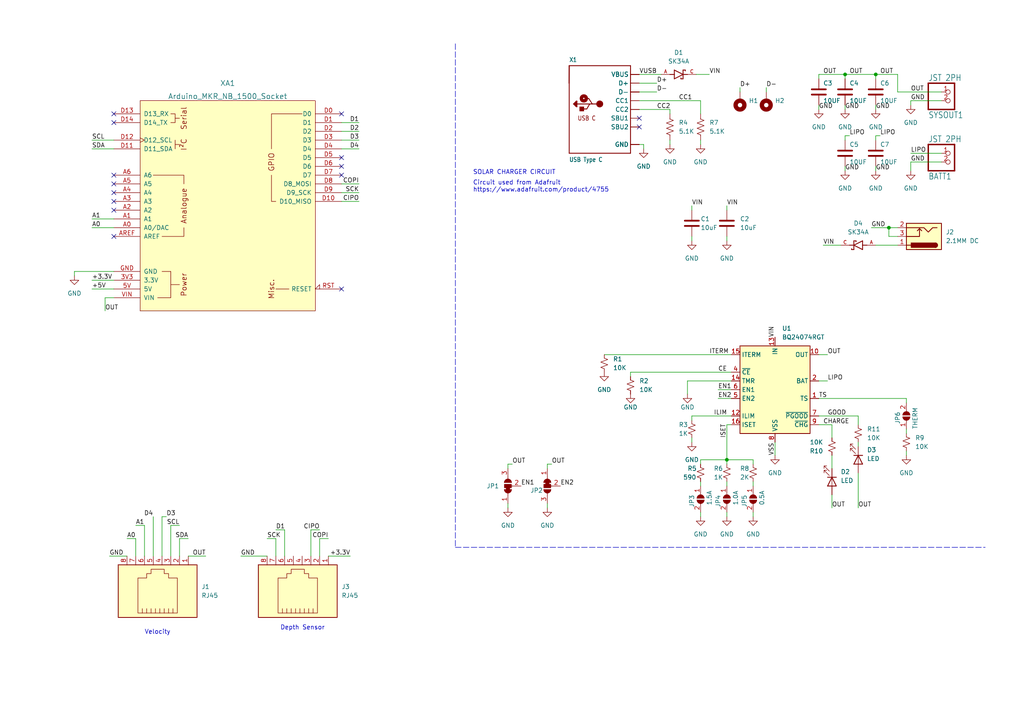
<source format=kicad_sch>
(kicad_sch (version 20211123) (generator eeschema)

  (uuid 828c6b45-4a83-4ac1-b543-03c6009838a8)

  (paper "A4")

  (title_block
    (title "Capstone PCB")
    (date "March 1st, 2023")
    (rev "A")
    (company "Oregon State University")
  )

  (lib_symbols
    (symbol "Adafruit_BQ24074-eagle-import:JST_2PIN-SMT-RA" (in_bom yes) (on_board yes)
      (property "Reference" "CN" (id 0) (at -6.35 5.715 0)
        (effects (font (size 1.778 1.5113)) (justify left bottom))
      )
      (property "Value" "JST_2PIN-SMT-RA" (id 1) (at -6.35 -5.08 0)
        (effects (font (size 1.778 1.5113)) (justify left bottom))
      )
      (property "Footprint" "Adafruit_BQ24074:JST-PH-2-SMT-RA" (id 2) (at 0 0 0)
        (effects (font (size 1.27 1.27)) hide)
      )
      (property "Datasheet" "" (id 3) (at 0 0 0)
        (effects (font (size 1.27 1.27)) hide)
      )
      (property "ki_locked" "" (id 4) (at 0 0 0)
        (effects (font (size 1.27 1.27)))
      )
      (symbol "JST_2PIN-SMT-RA_1_0"
        (polyline
          (pts
            (xy -6.35 -2.54)
            (xy 1.27 -2.54)
          )
          (stroke (width 0.4064) (type default) (color 0 0 0 0))
          (fill (type none))
        )
        (polyline
          (pts
            (xy -6.35 5.08)
            (xy -6.35 -2.54)
          )
          (stroke (width 0.4064) (type default) (color 0 0 0 0))
          (fill (type none))
        )
        (polyline
          (pts
            (xy 1.27 -2.54)
            (xy 1.27 5.08)
          )
          (stroke (width 0.4064) (type default) (color 0 0 0 0))
          (fill (type none))
        )
        (polyline
          (pts
            (xy 1.27 5.08)
            (xy -6.35 5.08)
          )
          (stroke (width 0.4064) (type default) (color 0 0 0 0))
          (fill (type none))
        )
        (pin passive inverted (at -2.54 0 0) (length 2.54)
          (name "2" (effects (font (size 0 0))))
          (number "1" (effects (font (size 1.27 1.27))))
        )
        (pin passive inverted (at -2.54 2.54 0) (length 2.54)
          (name "1" (effects (font (size 0 0))))
          (number "2" (effects (font (size 1.27 1.27))))
        )
      )
    )
    (symbol "Adafruit_BQ24074-eagle-import:USB_C" (in_bom yes) (on_board yes)
      (property "Reference" "X" (id 0) (at -10.16 13.716 0)
        (effects (font (size 1.27 1.0795)) (justify left bottom))
      )
      (property "Value" "USB_C" (id 1) (at -10.16 -15.24 0)
        (effects (font (size 1.27 1.0795)) (justify left bottom))
      )
      (property "Footprint" "Adafruit_BQ24074:USB_C_CUSB31-CFM2AX-01-X" (id 2) (at 0 0 0)
        (effects (font (size 1.27 1.27)) hide)
      )
      (property "Datasheet" "" (id 3) (at 0 0 0)
        (effects (font (size 1.27 1.27)) hide)
      )
      (property "ki_locked" "" (id 4) (at 0 0 0)
        (effects (font (size 1.27 1.27)))
      )
      (symbol "USB_C_1_0"
        (rectangle (start -7.12 -0.45) (end -5.92 0.75)
          (stroke (width 0) (type default) (color 0 0 0 0))
          (fill (type outline))
        )
        (circle (center -5.92 3.2) (radius 0.2)
          (stroke (width 1) (type default) (color 0 0 0 0))
          (fill (type none))
        )
        (circle (center -1.32 1.6) (radius 0.5)
          (stroke (width 1) (type default) (color 0 0 0 0))
          (fill (type none))
        )
        (polyline
          (pts
            (xy -10.2 7.62)
            (xy -10.16 12.7)
          )
          (stroke (width 0.254) (type default) (color 0 0 0 0))
          (fill (type none))
        )
        (polyline
          (pts
            (xy -10.16 -12.7)
            (xy 7.62 -12.7)
          )
          (stroke (width 0.254) (type default) (color 0 0 0 0))
          (fill (type none))
        )
        (polyline
          (pts
            (xy -10.16 12.7)
            (xy -10.16 -12.7)
          )
          (stroke (width 0.254) (type default) (color 0 0 0 0))
          (fill (type none))
        )
        (polyline
          (pts
            (xy -10.16 12.7)
            (xy 7.62 12.7)
          )
          (stroke (width 0.254) (type default) (color 0 0 0 0))
          (fill (type none))
        )
        (polyline
          (pts
            (xy -8.92 1.6)
            (xy -8.12 2.4)
          )
          (stroke (width 0.254) (type default) (color 0 0 0 0))
          (fill (type none))
        )
        (polyline
          (pts
            (xy -8.52 1.4)
            (xy -8.32 1.2)
          )
          (stroke (width 0.254) (type default) (color 0 0 0 0))
          (fill (type none))
        )
        (polyline
          (pts
            (xy -8.52 1.6)
            (xy -8.52 1.4)
          )
          (stroke (width 0.254) (type default) (color 0 0 0 0))
          (fill (type none))
        )
        (polyline
          (pts
            (xy -8.32 1.2)
            (xy -8.32 2)
          )
          (stroke (width 0.254) (type default) (color 0 0 0 0))
          (fill (type none))
        )
        (polyline
          (pts
            (xy -8.32 2)
            (xy -8.72 1.6)
          )
          (stroke (width 0.254) (type default) (color 0 0 0 0))
          (fill (type none))
        )
        (polyline
          (pts
            (xy -8.12 0.8)
            (xy -8.92 1.6)
          )
          (stroke (width 0.254) (type default) (color 0 0 0 0))
          (fill (type none))
        )
        (polyline
          (pts
            (xy -8.12 1)
            (xy -8.12 2.4)
          )
          (stroke (width 0.254) (type default) (color 0 0 0 0))
          (fill (type none))
        )
        (polyline
          (pts
            (xy -8.12 2.4)
            (xy -7.92 2.4)
          )
          (stroke (width 0.254) (type default) (color 0 0 0 0))
          (fill (type none))
        )
        (polyline
          (pts
            (xy -7.92 0.8)
            (xy -8.12 0.8)
          )
          (stroke (width 0.254) (type default) (color 0 0 0 0))
          (fill (type none))
        )
        (polyline
          (pts
            (xy -7.92 1.6)
            (xy -7.92 0.8)
          )
          (stroke (width 0.254) (type default) (color 0 0 0 0))
          (fill (type none))
        )
        (polyline
          (pts
            (xy -7.92 2.4)
            (xy -7.92 1.6)
          )
          (stroke (width 0.254) (type default) (color 0 0 0 0))
          (fill (type none))
        )
        (polyline
          (pts
            (xy -6.27 0.15)
            (xy -5.07 0.15)
          )
          (stroke (width 0.254) (type default) (color 0 0 0 0))
          (fill (type none))
        )
        (polyline
          (pts
            (xy -5.52 3.2)
            (xy -4.52 3.2)
          )
          (stroke (width 0.254) (type default) (color 0 0 0 0))
          (fill (type none))
        )
        (polyline
          (pts
            (xy -5.07 0.15)
            (xy -4.22 1.6)
          )
          (stroke (width 0.254) (type default) (color 0 0 0 0))
          (fill (type none))
        )
        (polyline
          (pts
            (xy -4.52 3.2)
            (xy -3.47 1.6)
          )
          (stroke (width 0.254) (type default) (color 0 0 0 0))
          (fill (type none))
        )
        (polyline
          (pts
            (xy -4.22 1.6)
            (xy -7.92 1.6)
          )
          (stroke (width 0.254) (type default) (color 0 0 0 0))
          (fill (type none))
        )
        (polyline
          (pts
            (xy -3.47 1.6)
            (xy -4.22 1.6)
          )
          (stroke (width 0.254) (type default) (color 0 0 0 0))
          (fill (type none))
        )
        (polyline
          (pts
            (xy -1.32 1.6)
            (xy -3.47 1.6)
          )
          (stroke (width 0.254) (type default) (color 0 0 0 0))
          (fill (type none))
        )
        (polyline
          (pts
            (xy 7.62 12.7)
            (xy 7.62 -12.7)
          )
          (stroke (width 0.254) (type default) (color 0 0 0 0))
          (fill (type none))
        )
        (text "USB C" (at -5.08 -2.54 0)
          (effects (font (size 1.27 1.0795)))
        )
        (pin power_in line (at 10.16 -10.16 180) (length 2.54)
          (name "GND" (effects (font (size 1.27 1.27))))
          (number "A1B12" (effects (font (size 0 0))))
        )
        (pin power_in line (at 10.16 10.16 180) (length 2.54)
          (name "VBUS" (effects (font (size 1.27 1.27))))
          (number "A4B9" (effects (font (size 0 0))))
        )
        (pin bidirectional line (at 10.16 2.54 180) (length 2.54)
          (name "CC1" (effects (font (size 1.27 1.27))))
          (number "A5" (effects (font (size 0 0))))
        )
        (pin bidirectional line (at 10.16 7.62 180) (length 2.54)
          (name "D+" (effects (font (size 1.27 1.27))))
          (number "A6" (effects (font (size 0 0))))
        )
        (pin bidirectional line (at 10.16 5.08 180) (length 2.54)
          (name "D-" (effects (font (size 1.27 1.27))))
          (number "A7" (effects (font (size 0 0))))
        )
        (pin bidirectional line (at 10.16 -2.54 180) (length 2.54)
          (name "SBU1" (effects (font (size 1.27 1.27))))
          (number "A8" (effects (font (size 0 0))))
        )
        (pin power_in line (at 10.16 -10.16 180) (length 2.54)
          (name "GND" (effects (font (size 1.27 1.27))))
          (number "B1A12" (effects (font (size 0 0))))
        )
        (pin power_in line (at 10.16 10.16 180) (length 2.54)
          (name "VBUS" (effects (font (size 1.27 1.27))))
          (number "B4A9" (effects (font (size 0 0))))
        )
        (pin bidirectional line (at 10.16 0 180) (length 2.54)
          (name "CC2" (effects (font (size 1.27 1.27))))
          (number "B5" (effects (font (size 0 0))))
        )
        (pin bidirectional line (at 10.16 7.62 180) (length 2.54)
          (name "D+" (effects (font (size 1.27 1.27))))
          (number "B6" (effects (font (size 0 0))))
        )
        (pin bidirectional line (at 10.16 5.08 180) (length 2.54)
          (name "D-" (effects (font (size 1.27 1.27))))
          (number "B7" (effects (font (size 0 0))))
        )
        (pin bidirectional line (at 10.16 -5.08 180) (length 2.54)
          (name "SBU2" (effects (font (size 1.27 1.27))))
          (number "B8" (effects (font (size 0 0))))
        )
      )
    )
    (symbol "Arduino_Library:Arduino_MKR_NB_1500_Socket" (pin_names (offset 1.016)) (in_bom yes) (on_board yes)
      (property "Reference" "XA" (id 0) (at 2.54 0 90)
        (effects (font (size 1.524 1.524)))
      )
      (property "Value" "Arduino_MKR_NB_1500_Socket" (id 1) (at -2.54 0 90)
        (effects (font (size 1.524 1.524)))
      )
      (property "Footprint" "Arduino_Library:Arduino_MKR_FOX_1200_Socket" (id 2) (at 45.72 95.25 0)
        (effects (font (size 1.524 1.524)) hide)
      )
      (property "Datasheet" "https://docs.arduino.cc/hardware/mkr-nb-1500" (id 3) (at 45.72 95.25 0)
        (effects (font (size 1.524 1.524)) hide)
      )
      (property "ki_keywords" "Arduino MPU Socket" (id 4) (at 0 0 0)
        (effects (font (size 1.27 1.27)) hide)
      )
      (property "ki_description" "Socket for Arduino MKR NB 1500" (id 5) (at 0 0 0)
        (effects (font (size 1.27 1.27)) hide)
      )
      (property "ki_fp_filters" "Arduino_MKR_FOX_1200_Socket" (id 6) (at 0 0 0)
        (effects (font (size 1.27 1.27)) hide)
      )
      (symbol "Arduino_MKR_NB_1500_Socket_0_0"
        (rectangle (start -25.4 30.48) (end 25.4 -30.48)
          (stroke (width 0) (type default) (color 0 0 0 0))
          (fill (type background))
        )
        (rectangle (start -20.32 -26.67) (end -16.51 -26.67)
          (stroke (width 0) (type default) (color 0 0 0 0))
          (fill (type none))
        )
        (rectangle (start -19.05 -19.05) (end -16.51 -19.05)
          (stroke (width 0) (type default) (color 0 0 0 0))
          (fill (type none))
        )
        (rectangle (start -16.51 -22.86) (end -13.97 -22.86)
          (stroke (width 0) (type default) (color 0 0 0 0))
          (fill (type none))
        )
        (polyline
          (pts
            (xy -16.51 -19.05)
            (xy -16.51 -26.67)
          )
          (stroke (width 0) (type default) (color 0 0 0 0))
          (fill (type none))
        )
        (polyline
          (pts
            (xy -15.24 25.4)
            (xy -13.97 25.4)
          )
          (stroke (width 0) (type default) (color 0 0 0 0))
          (fill (type none))
        )
        (polyline
          (pts
            (xy -12.7 -6.35)
            (xy -12.7 -8.89)
            (xy -19.05 -8.89)
          )
          (stroke (width 0) (type default) (color 0 0 0 0))
          (fill (type none))
        )
        (polyline
          (pts
            (xy -12.7 6.35)
            (xy -12.7 8.89)
            (xy -21.59 8.89)
          )
          (stroke (width 0) (type default) (color 0 0 0 0))
          (fill (type none))
        )
        (polyline
          (pts
            (xy 12.7 8.89)
            (xy 12.7 1.27)
            (xy 13.97 1.27)
          )
          (stroke (width 0) (type default) (color 0 0 0 0))
          (fill (type none))
        )
        (polyline
          (pts
            (xy 12.7 16.51)
            (xy 12.7 26.67)
            (xy 21.59 26.67)
          )
          (stroke (width 0) (type default) (color 0 0 0 0))
          (fill (type none))
        )
        (polyline
          (pts
            (xy -16.51 26.67)
            (xy -15.24 26.67)
            (xy -15.24 24.13)
            (xy -16.51 24.13)
          )
          (stroke (width 0) (type default) (color 0 0 0 0))
          (fill (type none))
        )
        (rectangle (start 13.97 -24.13) (end 17.78 -24.13)
          (stroke (width 0) (type default) (color 0 0 0 0))
          (fill (type none))
        )
        (text "Analogue" (at -12.7 0 900)
          (effects (font (size 1.524 1.524)))
        )
        (text "I²C" (at -12.7 17.78 900)
          (effects (font (size 1.524 1.524)))
        )
        (text "Misc." (at 12.7 -24.13 900)
          (effects (font (size 1.524 1.524)))
        )
        (text "Power" (at -12.7 -22.86 900)
          (effects (font (size 1.524 1.524)))
        )
        (text "Serial" (at -12.7 25.4 900)
          (effects (font (size 1.524 1.524)))
        )
      )
      (symbol "Arduino_MKR_NB_1500_Socket_0_1"
        (polyline
          (pts
            (xy -15.24 16.51)
            (xy -15.24 19.05)
          )
          (stroke (width 0) (type default) (color 0 0 0 0))
          (fill (type none))
        )
        (polyline
          (pts
            (xy -15.24 17.78)
            (xy -13.97 17.78)
          )
          (stroke (width 0) (type default) (color 0 0 0 0))
          (fill (type none))
        )
      )
      (symbol "Arduino_MKR_NB_1500_Socket_1_0"
        (text "GPIO" (at 12.7 12.7 900)
          (effects (font (size 1.524 1.524)))
        )
      )
      (symbol "Arduino_MKR_NB_1500_Socket_1_1"
        (pin power_in line (at -33.02 -21.59 0) (length 7.62)
          (name "3.3V" (effects (font (size 1.27 1.27))))
          (number "3V3" (effects (font (size 1.27 1.27))))
        )
        (pin power_in line (at -33.02 -24.13 0) (length 7.62)
          (name "5V" (effects (font (size 1.27 1.27))))
          (number "5V" (effects (font (size 1.27 1.27))))
        )
        (pin bidirectional line (at -33.02 -6.35 0) (length 7.62)
          (name "A0/DAC" (effects (font (size 1.27 1.27))))
          (number "A0" (effects (font (size 1.27 1.27))))
        )
        (pin bidirectional line (at -33.02 -3.81 0) (length 7.62)
          (name "A1" (effects (font (size 1.27 1.27))))
          (number "A1" (effects (font (size 1.27 1.27))))
        )
        (pin bidirectional line (at -33.02 -1.27 0) (length 7.62)
          (name "A2" (effects (font (size 1.27 1.27))))
          (number "A2" (effects (font (size 1.27 1.27))))
        )
        (pin bidirectional line (at -33.02 1.27 0) (length 7.62)
          (name "A3" (effects (font (size 1.27 1.27))))
          (number "A3" (effects (font (size 1.27 1.27))))
        )
        (pin bidirectional line (at -33.02 3.81 0) (length 7.62)
          (name "A4" (effects (font (size 1.27 1.27))))
          (number "A4" (effects (font (size 1.27 1.27))))
        )
        (pin bidirectional line (at -33.02 6.35 0) (length 7.62)
          (name "A5" (effects (font (size 1.27 1.27))))
          (number "A5" (effects (font (size 1.27 1.27))))
        )
        (pin bidirectional line (at -33.02 8.89 0) (length 7.62)
          (name "A6" (effects (font (size 1.27 1.27))))
          (number "A6" (effects (font (size 1.27 1.27))))
        )
        (pin input line (at -33.02 -8.89 0) (length 7.62)
          (name "AREF" (effects (font (size 1.27 1.27))))
          (number "AREF" (effects (font (size 1.27 1.27))))
        )
        (pin bidirectional line (at 33.02 26.67 180) (length 7.62)
          (name "D0" (effects (font (size 1.27 1.27))))
          (number "D0" (effects (font (size 1.27 1.27))))
        )
        (pin bidirectional line (at 33.02 24.13 180) (length 7.62)
          (name "D1" (effects (font (size 1.27 1.27))))
          (number "D1" (effects (font (size 1.27 1.27))))
        )
        (pin bidirectional line (at 33.02 1.27 180) (length 7.62)
          (name "D10_MISO" (effects (font (size 1.27 1.27))))
          (number "D10" (effects (font (size 1.27 1.27))))
        )
        (pin bidirectional line (at -33.02 16.51 0) (length 7.62)
          (name "D11_SDA" (effects (font (size 1.27 1.27))))
          (number "D11" (effects (font (size 1.27 1.27))))
        )
        (pin bidirectional clock (at -33.02 19.05 0) (length 7.62)
          (name "D12_SCL" (effects (font (size 1.27 1.27))))
          (number "D12" (effects (font (size 1.27 1.27))))
        )
        (pin bidirectional line (at -33.02 26.67 0) (length 7.62)
          (name "D13_RX" (effects (font (size 1.27 1.27))))
          (number "D13" (effects (font (size 1.27 1.27))))
        )
        (pin bidirectional line (at -33.02 24.13 0) (length 7.62)
          (name "D14_TX" (effects (font (size 1.27 1.27))))
          (number "D14" (effects (font (size 1.27 1.27))))
        )
        (pin bidirectional line (at 33.02 21.59 180) (length 7.62)
          (name "D2" (effects (font (size 1.27 1.27))))
          (number "D2" (effects (font (size 1.27 1.27))))
        )
        (pin bidirectional line (at 33.02 19.05 180) (length 7.62)
          (name "D3" (effects (font (size 1.27 1.27))))
          (number "D3" (effects (font (size 1.27 1.27))))
        )
        (pin bidirectional line (at 33.02 16.51 180) (length 7.62)
          (name "D4" (effects (font (size 1.27 1.27))))
          (number "D4" (effects (font (size 1.27 1.27))))
        )
        (pin bidirectional line (at 33.02 13.97 180) (length 7.62)
          (name "D5" (effects (font (size 1.27 1.27))))
          (number "D5" (effects (font (size 1.27 1.27))))
        )
        (pin bidirectional line (at 33.02 11.43 180) (length 7.62)
          (name "D6" (effects (font (size 1.27 1.27))))
          (number "D6" (effects (font (size 1.27 1.27))))
        )
        (pin bidirectional line (at 33.02 8.89 180) (length 7.62)
          (name "D7" (effects (font (size 1.27 1.27))))
          (number "D7" (effects (font (size 1.27 1.27))))
        )
        (pin bidirectional line (at 33.02 6.35 180) (length 7.62)
          (name "D8_MOSI" (effects (font (size 1.27 1.27))))
          (number "D8" (effects (font (size 1.27 1.27))))
        )
        (pin bidirectional line (at 33.02 3.81 180) (length 7.62)
          (name "D9_SCK" (effects (font (size 1.27 1.27))))
          (number "D9" (effects (font (size 1.27 1.27))))
        )
        (pin power_in line (at -33.02 -19.05 0) (length 7.62)
          (name "GND" (effects (font (size 1.27 1.27))))
          (number "GND" (effects (font (size 1.27 1.27))))
        )
        (pin open_collector input_low (at 33.02 -24.13 180) (length 7.62)
          (name "RESET" (effects (font (size 1.27 1.27))))
          (number "RST" (effects (font (size 1.27 1.27))))
        )
        (pin power_in line (at -33.02 -26.67 0) (length 7.62)
          (name "VIN" (effects (font (size 1.27 1.27))))
          (number "VIN" (effects (font (size 1.27 1.27))))
        )
      )
    )
    (symbol "Battery_Management:BQ24074RGT" (in_bom yes) (on_board yes)
      (property "Reference" "U" (id 0) (at -8.89 13.97 0)
        (effects (font (size 1.27 1.27)) (justify right))
      )
      (property "Value" "BQ24074RGT" (id 1) (at 16.51 13.97 0)
        (effects (font (size 1.27 1.27)) (justify right))
      )
      (property "Footprint" "Package_DFN_QFN:VQFN-16-1EP_3x3mm_P0.5mm_EP1.6x1.6mm" (id 2) (at 7.62 -13.97 0)
        (effects (font (size 1.27 1.27)) (justify left) hide)
      )
      (property "Datasheet" "http://www.ti.com/lit/ds/symlink/bq24074.pdf" (id 3) (at 7.62 5.08 0)
        (effects (font (size 1.27 1.27)) hide)
      )
      (property "ki_keywords" "USB Charge" (id 4) (at 0 0 0)
        (effects (font (size 1.27 1.27)) hide)
      )
      (property "ki_description" "USB-Friendly Li-Ion Battery Charger and Power-Path Management, VQFN-16" (id 5) (at 0 0 0)
        (effects (font (size 1.27 1.27)) hide)
      )
      (property "ki_fp_filters" "VQFN*1EP*3x3mm*P0.5mm*" (id 6) (at 0 0 0)
        (effects (font (size 1.27 1.27)) hide)
      )
      (symbol "BQ24074RGT_0_1"
        (rectangle (start -10.16 12.7) (end 10.16 -12.7)
          (stroke (width 0.254) (type default) (color 0 0 0 0))
          (fill (type background))
        )
      )
      (symbol "BQ24074RGT_1_1"
        (pin passive line (at 12.7 -2.54 180) (length 2.54)
          (name "TS" (effects (font (size 1.27 1.27))))
          (number "1" (effects (font (size 1.27 1.27))))
        )
        (pin power_out line (at 12.7 10.16 180) (length 2.54)
          (name "OUT" (effects (font (size 1.27 1.27))))
          (number "10" (effects (font (size 1.27 1.27))))
        )
        (pin passive line (at 12.7 10.16 180) (length 2.54) hide
          (name "OUT" (effects (font (size 1.27 1.27))))
          (number "11" (effects (font (size 1.27 1.27))))
        )
        (pin passive line (at -12.7 -7.62 0) (length 2.54)
          (name "ILIM" (effects (font (size 1.27 1.27))))
          (number "12" (effects (font (size 1.27 1.27))))
        )
        (pin power_in line (at 0 15.24 270) (length 2.54)
          (name "IN" (effects (font (size 1.27 1.27))))
          (number "13" (effects (font (size 1.27 1.27))))
        )
        (pin input line (at -12.7 2.54 0) (length 2.54)
          (name "TMR" (effects (font (size 1.27 1.27))))
          (number "14" (effects (font (size 1.27 1.27))))
        )
        (pin input line (at -12.7 10.16 0) (length 2.54)
          (name "ITERM" (effects (font (size 1.27 1.27))))
          (number "15" (effects (font (size 1.27 1.27))))
        )
        (pin passive line (at -12.7 -10.16 0) (length 2.54)
          (name "ISET" (effects (font (size 1.27 1.27))))
          (number "16" (effects (font (size 1.27 1.27))))
        )
        (pin passive line (at 0 -15.24 90) (length 2.54) hide
          (name "VSS" (effects (font (size 1.27 1.27))))
          (number "17" (effects (font (size 1.27 1.27))))
        )
        (pin power_out line (at 12.7 2.54 180) (length 2.54)
          (name "BAT" (effects (font (size 1.27 1.27))))
          (number "2" (effects (font (size 1.27 1.27))))
        )
        (pin passive line (at 12.7 2.54 180) (length 2.54) hide
          (name "BAT" (effects (font (size 1.27 1.27))))
          (number "3" (effects (font (size 1.27 1.27))))
        )
        (pin input line (at -12.7 5.08 0) (length 2.54)
          (name "~{CE}" (effects (font (size 1.27 1.27))))
          (number "4" (effects (font (size 1.27 1.27))))
        )
        (pin input line (at -12.7 -2.54 0) (length 2.54)
          (name "EN2" (effects (font (size 1.27 1.27))))
          (number "5" (effects (font (size 1.27 1.27))))
        )
        (pin input line (at -12.7 0 0) (length 2.54)
          (name "EN1" (effects (font (size 1.27 1.27))))
          (number "6" (effects (font (size 1.27 1.27))))
        )
        (pin open_collector line (at 12.7 -7.62 180) (length 2.54)
          (name "~{PGOOD}" (effects (font (size 1.27 1.27))))
          (number "7" (effects (font (size 1.27 1.27))))
        )
        (pin power_in line (at 0 -15.24 90) (length 2.54)
          (name "VSS" (effects (font (size 1.27 1.27))))
          (number "8" (effects (font (size 1.27 1.27))))
        )
        (pin open_collector line (at 12.7 -10.16 180) (length 2.54)
          (name "~{CHG}" (effects (font (size 1.27 1.27))))
          (number "9" (effects (font (size 1.27 1.27))))
        )
      )
    )
    (symbol "Connector:Barrel_Jack_Switch" (pin_names hide) (in_bom yes) (on_board yes)
      (property "Reference" "J" (id 0) (at 0 5.334 0)
        (effects (font (size 1.27 1.27)))
      )
      (property "Value" "Barrel_Jack_Switch" (id 1) (at 0 -5.08 0)
        (effects (font (size 1.27 1.27)))
      )
      (property "Footprint" "" (id 2) (at 1.27 -1.016 0)
        (effects (font (size 1.27 1.27)) hide)
      )
      (property "Datasheet" "~" (id 3) (at 1.27 -1.016 0)
        (effects (font (size 1.27 1.27)) hide)
      )
      (property "ki_keywords" "DC power barrel jack connector" (id 4) (at 0 0 0)
        (effects (font (size 1.27 1.27)) hide)
      )
      (property "ki_description" "DC Barrel Jack with an internal switch" (id 5) (at 0 0 0)
        (effects (font (size 1.27 1.27)) hide)
      )
      (property "ki_fp_filters" "BarrelJack*" (id 6) (at 0 0 0)
        (effects (font (size 1.27 1.27)) hide)
      )
      (symbol "Barrel_Jack_Switch_0_1"
        (rectangle (start -5.08 3.81) (end 5.08 -3.81)
          (stroke (width 0.254) (type default) (color 0 0 0 0))
          (fill (type background))
        )
        (arc (start -3.302 3.175) (mid -3.937 2.54) (end -3.302 1.905)
          (stroke (width 0.254) (type default) (color 0 0 0 0))
          (fill (type none))
        )
        (arc (start -3.302 3.175) (mid -3.937 2.54) (end -3.302 1.905)
          (stroke (width 0.254) (type default) (color 0 0 0 0))
          (fill (type outline))
        )
        (polyline
          (pts
            (xy 1.27 -2.286)
            (xy 1.905 -1.651)
          )
          (stroke (width 0.254) (type default) (color 0 0 0 0))
          (fill (type none))
        )
        (polyline
          (pts
            (xy 5.08 2.54)
            (xy 3.81 2.54)
          )
          (stroke (width 0.254) (type default) (color 0 0 0 0))
          (fill (type none))
        )
        (polyline
          (pts
            (xy 5.08 0)
            (xy 1.27 0)
            (xy 1.27 -2.286)
            (xy 0.635 -1.651)
          )
          (stroke (width 0.254) (type default) (color 0 0 0 0))
          (fill (type none))
        )
        (polyline
          (pts
            (xy -3.81 -2.54)
            (xy -2.54 -2.54)
            (xy -1.27 -1.27)
            (xy 0 -2.54)
            (xy 2.54 -2.54)
            (xy 5.08 -2.54)
          )
          (stroke (width 0.254) (type default) (color 0 0 0 0))
          (fill (type none))
        )
        (rectangle (start 3.683 3.175) (end -3.302 1.905)
          (stroke (width 0.254) (type default) (color 0 0 0 0))
          (fill (type outline))
        )
      )
      (symbol "Barrel_Jack_Switch_1_1"
        (pin passive line (at 7.62 2.54 180) (length 2.54)
          (name "~" (effects (font (size 1.27 1.27))))
          (number "1" (effects (font (size 1.27 1.27))))
        )
        (pin passive line (at 7.62 -2.54 180) (length 2.54)
          (name "~" (effects (font (size 1.27 1.27))))
          (number "2" (effects (font (size 1.27 1.27))))
        )
        (pin passive line (at 7.62 0 180) (length 2.54)
          (name "~" (effects (font (size 1.27 1.27))))
          (number "3" (effects (font (size 1.27 1.27))))
        )
      )
    )
    (symbol "Connector:RJ45" (pin_names (offset 1.016)) (in_bom yes) (on_board yes)
      (property "Reference" "J" (id 0) (at -5.08 13.97 0)
        (effects (font (size 1.27 1.27)) (justify right))
      )
      (property "Value" "RJ45" (id 1) (at 2.54 13.97 0)
        (effects (font (size 1.27 1.27)) (justify left))
      )
      (property "Footprint" "" (id 2) (at 0 0.635 90)
        (effects (font (size 1.27 1.27)) hide)
      )
      (property "Datasheet" "~" (id 3) (at 0 0.635 90)
        (effects (font (size 1.27 1.27)) hide)
      )
      (property "ki_keywords" "8P8C RJ female connector" (id 4) (at 0 0 0)
        (effects (font (size 1.27 1.27)) hide)
      )
      (property "ki_description" "RJ connector, 8P8C (8 positions 8 connected)" (id 5) (at 0 0 0)
        (effects (font (size 1.27 1.27)) hide)
      )
      (property "ki_fp_filters" "8P8C* RJ31* RJ32* RJ33* RJ34* RJ35* RJ41* RJ45* RJ49* RJ61*" (id 6) (at 0 0 0)
        (effects (font (size 1.27 1.27)) hide)
      )
      (symbol "RJ45_0_1"
        (polyline
          (pts
            (xy -5.08 4.445)
            (xy -6.35 4.445)
          )
          (stroke (width 0) (type default) (color 0 0 0 0))
          (fill (type none))
        )
        (polyline
          (pts
            (xy -5.08 5.715)
            (xy -6.35 5.715)
          )
          (stroke (width 0) (type default) (color 0 0 0 0))
          (fill (type none))
        )
        (polyline
          (pts
            (xy -6.35 -3.175)
            (xy -5.08 -3.175)
            (xy -5.08 -3.175)
          )
          (stroke (width 0) (type default) (color 0 0 0 0))
          (fill (type none))
        )
        (polyline
          (pts
            (xy -6.35 -1.905)
            (xy -5.08 -1.905)
            (xy -5.08 -1.905)
          )
          (stroke (width 0) (type default) (color 0 0 0 0))
          (fill (type none))
        )
        (polyline
          (pts
            (xy -6.35 -0.635)
            (xy -5.08 -0.635)
            (xy -5.08 -0.635)
          )
          (stroke (width 0) (type default) (color 0 0 0 0))
          (fill (type none))
        )
        (polyline
          (pts
            (xy -6.35 0.635)
            (xy -5.08 0.635)
            (xy -5.08 0.635)
          )
          (stroke (width 0) (type default) (color 0 0 0 0))
          (fill (type none))
        )
        (polyline
          (pts
            (xy -6.35 1.905)
            (xy -5.08 1.905)
            (xy -5.08 1.905)
          )
          (stroke (width 0) (type default) (color 0 0 0 0))
          (fill (type none))
        )
        (polyline
          (pts
            (xy -5.08 3.175)
            (xy -6.35 3.175)
            (xy -6.35 3.175)
          )
          (stroke (width 0) (type default) (color 0 0 0 0))
          (fill (type none))
        )
        (polyline
          (pts
            (xy -6.35 -4.445)
            (xy -6.35 6.985)
            (xy 3.81 6.985)
            (xy 3.81 4.445)
            (xy 5.08 4.445)
            (xy 5.08 3.175)
            (xy 6.35 3.175)
            (xy 6.35 -0.635)
            (xy 5.08 -0.635)
            (xy 5.08 -1.905)
            (xy 3.81 -1.905)
            (xy 3.81 -4.445)
            (xy -6.35 -4.445)
            (xy -6.35 -4.445)
          )
          (stroke (width 0) (type default) (color 0 0 0 0))
          (fill (type none))
        )
        (rectangle (start 7.62 12.7) (end -7.62 -10.16)
          (stroke (width 0.254) (type default) (color 0 0 0 0))
          (fill (type background))
        )
      )
      (symbol "RJ45_1_1"
        (pin passive line (at 10.16 -7.62 180) (length 2.54)
          (name "~" (effects (font (size 1.27 1.27))))
          (number "1" (effects (font (size 1.27 1.27))))
        )
        (pin passive line (at 10.16 -5.08 180) (length 2.54)
          (name "~" (effects (font (size 1.27 1.27))))
          (number "2" (effects (font (size 1.27 1.27))))
        )
        (pin passive line (at 10.16 -2.54 180) (length 2.54)
          (name "~" (effects (font (size 1.27 1.27))))
          (number "3" (effects (font (size 1.27 1.27))))
        )
        (pin passive line (at 10.16 0 180) (length 2.54)
          (name "~" (effects (font (size 1.27 1.27))))
          (number "4" (effects (font (size 1.27 1.27))))
        )
        (pin passive line (at 10.16 2.54 180) (length 2.54)
          (name "~" (effects (font (size 1.27 1.27))))
          (number "5" (effects (font (size 1.27 1.27))))
        )
        (pin passive line (at 10.16 5.08 180) (length 2.54)
          (name "~" (effects (font (size 1.27 1.27))))
          (number "6" (effects (font (size 1.27 1.27))))
        )
        (pin passive line (at 10.16 7.62 180) (length 2.54)
          (name "~" (effects (font (size 1.27 1.27))))
          (number "7" (effects (font (size 1.27 1.27))))
        )
        (pin passive line (at 10.16 10.16 180) (length 2.54)
          (name "~" (effects (font (size 1.27 1.27))))
          (number "8" (effects (font (size 1.27 1.27))))
        )
      )
    )
    (symbol "Device:C" (pin_numbers hide) (pin_names (offset 0.254)) (in_bom yes) (on_board yes)
      (property "Reference" "C" (id 0) (at 0.635 2.54 0)
        (effects (font (size 1.27 1.27)) (justify left))
      )
      (property "Value" "C" (id 1) (at 0.635 -2.54 0)
        (effects (font (size 1.27 1.27)) (justify left))
      )
      (property "Footprint" "" (id 2) (at 0.9652 -3.81 0)
        (effects (font (size 1.27 1.27)) hide)
      )
      (property "Datasheet" "~" (id 3) (at 0 0 0)
        (effects (font (size 1.27 1.27)) hide)
      )
      (property "ki_keywords" "cap capacitor" (id 4) (at 0 0 0)
        (effects (font (size 1.27 1.27)) hide)
      )
      (property "ki_description" "Unpolarized capacitor" (id 5) (at 0 0 0)
        (effects (font (size 1.27 1.27)) hide)
      )
      (property "ki_fp_filters" "C_*" (id 6) (at 0 0 0)
        (effects (font (size 1.27 1.27)) hide)
      )
      (symbol "C_0_1"
        (polyline
          (pts
            (xy -2.032 -0.762)
            (xy 2.032 -0.762)
          )
          (stroke (width 0.508) (type default) (color 0 0 0 0))
          (fill (type none))
        )
        (polyline
          (pts
            (xy -2.032 0.762)
            (xy 2.032 0.762)
          )
          (stroke (width 0.508) (type default) (color 0 0 0 0))
          (fill (type none))
        )
      )
      (symbol "C_1_1"
        (pin passive line (at 0 3.81 270) (length 2.794)
          (name "~" (effects (font (size 1.27 1.27))))
          (number "1" (effects (font (size 1.27 1.27))))
        )
        (pin passive line (at 0 -3.81 90) (length 2.794)
          (name "~" (effects (font (size 1.27 1.27))))
          (number "2" (effects (font (size 1.27 1.27))))
        )
      )
    )
    (symbol "Device:LED" (pin_numbers hide) (pin_names (offset 1.016) hide) (in_bom yes) (on_board yes)
      (property "Reference" "D" (id 0) (at 0 2.54 0)
        (effects (font (size 1.27 1.27)))
      )
      (property "Value" "LED" (id 1) (at 0 -2.54 0)
        (effects (font (size 1.27 1.27)))
      )
      (property "Footprint" "" (id 2) (at 0 0 0)
        (effects (font (size 1.27 1.27)) hide)
      )
      (property "Datasheet" "~" (id 3) (at 0 0 0)
        (effects (font (size 1.27 1.27)) hide)
      )
      (property "ki_keywords" "LED diode" (id 4) (at 0 0 0)
        (effects (font (size 1.27 1.27)) hide)
      )
      (property "ki_description" "Light emitting diode" (id 5) (at 0 0 0)
        (effects (font (size 1.27 1.27)) hide)
      )
      (property "ki_fp_filters" "LED* LED_SMD:* LED_THT:*" (id 6) (at 0 0 0)
        (effects (font (size 1.27 1.27)) hide)
      )
      (symbol "LED_0_1"
        (polyline
          (pts
            (xy -1.27 -1.27)
            (xy -1.27 1.27)
          )
          (stroke (width 0.254) (type default) (color 0 0 0 0))
          (fill (type none))
        )
        (polyline
          (pts
            (xy -1.27 0)
            (xy 1.27 0)
          )
          (stroke (width 0) (type default) (color 0 0 0 0))
          (fill (type none))
        )
        (polyline
          (pts
            (xy 1.27 -1.27)
            (xy 1.27 1.27)
            (xy -1.27 0)
            (xy 1.27 -1.27)
          )
          (stroke (width 0.254) (type default) (color 0 0 0 0))
          (fill (type none))
        )
        (polyline
          (pts
            (xy -3.048 -0.762)
            (xy -4.572 -2.286)
            (xy -3.81 -2.286)
            (xy -4.572 -2.286)
            (xy -4.572 -1.524)
          )
          (stroke (width 0) (type default) (color 0 0 0 0))
          (fill (type none))
        )
        (polyline
          (pts
            (xy -1.778 -0.762)
            (xy -3.302 -2.286)
            (xy -2.54 -2.286)
            (xy -3.302 -2.286)
            (xy -3.302 -1.524)
          )
          (stroke (width 0) (type default) (color 0 0 0 0))
          (fill (type none))
        )
      )
      (symbol "LED_1_1"
        (pin passive line (at -3.81 0 0) (length 2.54)
          (name "K" (effects (font (size 1.27 1.27))))
          (number "1" (effects (font (size 1.27 1.27))))
        )
        (pin passive line (at 3.81 0 180) (length 2.54)
          (name "A" (effects (font (size 1.27 1.27))))
          (number "2" (effects (font (size 1.27 1.27))))
        )
      )
    )
    (symbol "Device:R_Small_US" (pin_numbers hide) (pin_names (offset 0.254) hide) (in_bom yes) (on_board yes)
      (property "Reference" "R" (id 0) (at 0.762 0.508 0)
        (effects (font (size 1.27 1.27)) (justify left))
      )
      (property "Value" "R_Small_US" (id 1) (at 0.762 -1.016 0)
        (effects (font (size 1.27 1.27)) (justify left))
      )
      (property "Footprint" "" (id 2) (at 0 0 0)
        (effects (font (size 1.27 1.27)) hide)
      )
      (property "Datasheet" "~" (id 3) (at 0 0 0)
        (effects (font (size 1.27 1.27)) hide)
      )
      (property "ki_keywords" "r resistor" (id 4) (at 0 0 0)
        (effects (font (size 1.27 1.27)) hide)
      )
      (property "ki_description" "Resistor, small US symbol" (id 5) (at 0 0 0)
        (effects (font (size 1.27 1.27)) hide)
      )
      (property "ki_fp_filters" "R_*" (id 6) (at 0 0 0)
        (effects (font (size 1.27 1.27)) hide)
      )
      (symbol "R_Small_US_1_1"
        (polyline
          (pts
            (xy 0 0)
            (xy 1.016 -0.381)
            (xy 0 -0.762)
            (xy -1.016 -1.143)
            (xy 0 -1.524)
          )
          (stroke (width 0) (type default) (color 0 0 0 0))
          (fill (type none))
        )
        (polyline
          (pts
            (xy 0 1.524)
            (xy 1.016 1.143)
            (xy 0 0.762)
            (xy -1.016 0.381)
            (xy 0 0)
          )
          (stroke (width 0) (type default) (color 0 0 0 0))
          (fill (type none))
        )
        (pin passive line (at 0 2.54 270) (length 1.016)
          (name "~" (effects (font (size 1.27 1.27))))
          (number "1" (effects (font (size 1.27 1.27))))
        )
        (pin passive line (at 0 -2.54 90) (length 1.016)
          (name "~" (effects (font (size 1.27 1.27))))
          (number "2" (effects (font (size 1.27 1.27))))
        )
      )
    )
    (symbol "Device:R_US" (pin_numbers hide) (pin_names (offset 0)) (in_bom yes) (on_board yes)
      (property "Reference" "R" (id 0) (at 2.54 0 90)
        (effects (font (size 1.27 1.27)))
      )
      (property "Value" "R_US" (id 1) (at -2.54 0 90)
        (effects (font (size 1.27 1.27)))
      )
      (property "Footprint" "" (id 2) (at 1.016 -0.254 90)
        (effects (font (size 1.27 1.27)) hide)
      )
      (property "Datasheet" "~" (id 3) (at 0 0 0)
        (effects (font (size 1.27 1.27)) hide)
      )
      (property "ki_keywords" "R res resistor" (id 4) (at 0 0 0)
        (effects (font (size 1.27 1.27)) hide)
      )
      (property "ki_description" "Resistor, US symbol" (id 5) (at 0 0 0)
        (effects (font (size 1.27 1.27)) hide)
      )
      (property "ki_fp_filters" "R_*" (id 6) (at 0 0 0)
        (effects (font (size 1.27 1.27)) hide)
      )
      (symbol "R_US_0_1"
        (polyline
          (pts
            (xy 0 -2.286)
            (xy 0 -2.54)
          )
          (stroke (width 0) (type default) (color 0 0 0 0))
          (fill (type none))
        )
        (polyline
          (pts
            (xy 0 2.286)
            (xy 0 2.54)
          )
          (stroke (width 0) (type default) (color 0 0 0 0))
          (fill (type none))
        )
        (polyline
          (pts
            (xy 0 -0.762)
            (xy 1.016 -1.143)
            (xy 0 -1.524)
            (xy -1.016 -1.905)
            (xy 0 -2.286)
          )
          (stroke (width 0) (type default) (color 0 0 0 0))
          (fill (type none))
        )
        (polyline
          (pts
            (xy 0 0.762)
            (xy 1.016 0.381)
            (xy 0 0)
            (xy -1.016 -0.381)
            (xy 0 -0.762)
          )
          (stroke (width 0) (type default) (color 0 0 0 0))
          (fill (type none))
        )
        (polyline
          (pts
            (xy 0 2.286)
            (xy 1.016 1.905)
            (xy 0 1.524)
            (xy -1.016 1.143)
            (xy 0 0.762)
          )
          (stroke (width 0) (type default) (color 0 0 0 0))
          (fill (type none))
        )
      )
      (symbol "R_US_1_1"
        (pin passive line (at 0 3.81 270) (length 1.27)
          (name "~" (effects (font (size 1.27 1.27))))
          (number "1" (effects (font (size 1.27 1.27))))
        )
        (pin passive line (at 0 -3.81 90) (length 1.27)
          (name "~" (effects (font (size 1.27 1.27))))
          (number "2" (effects (font (size 1.27 1.27))))
        )
      )
    )
    (symbol "Jumper:SolderJumper_2_Open" (pin_names (offset 0) hide) (in_bom yes) (on_board yes)
      (property "Reference" "JP" (id 0) (at 0 2.032 0)
        (effects (font (size 1.27 1.27)))
      )
      (property "Value" "SolderJumper_2_Open" (id 1) (at 0 -2.54 0)
        (effects (font (size 1.27 1.27)))
      )
      (property "Footprint" "" (id 2) (at 0 0 0)
        (effects (font (size 1.27 1.27)) hide)
      )
      (property "Datasheet" "~" (id 3) (at 0 0 0)
        (effects (font (size 1.27 1.27)) hide)
      )
      (property "ki_keywords" "solder jumper SPST" (id 4) (at 0 0 0)
        (effects (font (size 1.27 1.27)) hide)
      )
      (property "ki_description" "Solder Jumper, 2-pole, open" (id 5) (at 0 0 0)
        (effects (font (size 1.27 1.27)) hide)
      )
      (property "ki_fp_filters" "SolderJumper*Open*" (id 6) (at 0 0 0)
        (effects (font (size 1.27 1.27)) hide)
      )
      (symbol "SolderJumper_2_Open_0_1"
        (arc (start -0.254 1.016) (mid -1.27 0) (end -0.254 -1.016)
          (stroke (width 0) (type default) (color 0 0 0 0))
          (fill (type none))
        )
        (arc (start -0.254 1.016) (mid -1.27 0) (end -0.254 -1.016)
          (stroke (width 0) (type default) (color 0 0 0 0))
          (fill (type outline))
        )
        (polyline
          (pts
            (xy -0.254 1.016)
            (xy -0.254 -1.016)
          )
          (stroke (width 0) (type default) (color 0 0 0 0))
          (fill (type none))
        )
        (polyline
          (pts
            (xy 0.254 1.016)
            (xy 0.254 -1.016)
          )
          (stroke (width 0) (type default) (color 0 0 0 0))
          (fill (type none))
        )
        (arc (start 0.254 -1.016) (mid 1.27 0) (end 0.254 1.016)
          (stroke (width 0) (type default) (color 0 0 0 0))
          (fill (type none))
        )
        (arc (start 0.254 -1.016) (mid 1.27 0) (end 0.254 1.016)
          (stroke (width 0) (type default) (color 0 0 0 0))
          (fill (type outline))
        )
      )
      (symbol "SolderJumper_2_Open_1_1"
        (pin passive line (at -3.81 0 0) (length 2.54)
          (name "A" (effects (font (size 1.27 1.27))))
          (number "1" (effects (font (size 1.27 1.27))))
        )
        (pin passive line (at 3.81 0 180) (length 2.54)
          (name "B" (effects (font (size 1.27 1.27))))
          (number "2" (effects (font (size 1.27 1.27))))
        )
      )
    )
    (symbol "Jumper:SolderJumper_3_Bridged12" (pin_names (offset 0) hide) (in_bom yes) (on_board yes)
      (property "Reference" "JP" (id 0) (at -2.54 -2.54 0)
        (effects (font (size 1.27 1.27)))
      )
      (property "Value" "SolderJumper_3_Bridged12" (id 1) (at 0 2.794 0)
        (effects (font (size 1.27 1.27)))
      )
      (property "Footprint" "" (id 2) (at 0 0 0)
        (effects (font (size 1.27 1.27)) hide)
      )
      (property "Datasheet" "~" (id 3) (at 0 0 0)
        (effects (font (size 1.27 1.27)) hide)
      )
      (property "ki_keywords" "Solder Jumper SPDT" (id 4) (at 0 0 0)
        (effects (font (size 1.27 1.27)) hide)
      )
      (property "ki_description" "3-pole Solder Jumper, pins 1+2 closed/bridged" (id 5) (at 0 0 0)
        (effects (font (size 1.27 1.27)) hide)
      )
      (property "ki_fp_filters" "SolderJumper*Bridged12*" (id 6) (at 0 0 0)
        (effects (font (size 1.27 1.27)) hide)
      )
      (symbol "SolderJumper_3_Bridged12_0_1"
        (rectangle (start -1.016 0.508) (end -0.508 -0.508)
          (stroke (width 0) (type default) (color 0 0 0 0))
          (fill (type outline))
        )
        (arc (start -1.016 1.016) (mid -2.032 0) (end -1.016 -1.016)
          (stroke (width 0) (type default) (color 0 0 0 0))
          (fill (type none))
        )
        (arc (start -1.016 1.016) (mid -2.032 0) (end -1.016 -1.016)
          (stroke (width 0) (type default) (color 0 0 0 0))
          (fill (type outline))
        )
        (rectangle (start -0.508 1.016) (end 0.508 -1.016)
          (stroke (width 0) (type default) (color 0 0 0 0))
          (fill (type outline))
        )
        (polyline
          (pts
            (xy -2.54 0)
            (xy -2.032 0)
          )
          (stroke (width 0) (type default) (color 0 0 0 0))
          (fill (type none))
        )
        (polyline
          (pts
            (xy -1.016 1.016)
            (xy -1.016 -1.016)
          )
          (stroke (width 0) (type default) (color 0 0 0 0))
          (fill (type none))
        )
        (polyline
          (pts
            (xy 0 -1.27)
            (xy 0 -1.016)
          )
          (stroke (width 0) (type default) (color 0 0 0 0))
          (fill (type none))
        )
        (polyline
          (pts
            (xy 1.016 1.016)
            (xy 1.016 -1.016)
          )
          (stroke (width 0) (type default) (color 0 0 0 0))
          (fill (type none))
        )
        (polyline
          (pts
            (xy 2.54 0)
            (xy 2.032 0)
          )
          (stroke (width 0) (type default) (color 0 0 0 0))
          (fill (type none))
        )
        (arc (start 1.016 -1.016) (mid 2.032 0) (end 1.016 1.016)
          (stroke (width 0) (type default) (color 0 0 0 0))
          (fill (type none))
        )
        (arc (start 1.016 -1.016) (mid 2.032 0) (end 1.016 1.016)
          (stroke (width 0) (type default) (color 0 0 0 0))
          (fill (type outline))
        )
      )
      (symbol "SolderJumper_3_Bridged12_1_1"
        (pin passive line (at -5.08 0 0) (length 2.54)
          (name "A" (effects (font (size 1.27 1.27))))
          (number "1" (effects (font (size 1.27 1.27))))
        )
        (pin passive line (at 0 -3.81 90) (length 2.54)
          (name "C" (effects (font (size 1.27 1.27))))
          (number "2" (effects (font (size 1.27 1.27))))
        )
        (pin passive line (at 5.08 0 180) (length 2.54)
          (name "B" (effects (font (size 1.27 1.27))))
          (number "3" (effects (font (size 1.27 1.27))))
        )
      )
    )
    (symbol "Mechanical:MountingHole_Pad" (pin_numbers hide) (pin_names (offset 1.016) hide) (in_bom yes) (on_board yes)
      (property "Reference" "H" (id 0) (at 0 6.35 0)
        (effects (font (size 1.27 1.27)))
      )
      (property "Value" "MountingHole_Pad" (id 1) (at 0 4.445 0)
        (effects (font (size 1.27 1.27)))
      )
      (property "Footprint" "" (id 2) (at 0 0 0)
        (effects (font (size 1.27 1.27)) hide)
      )
      (property "Datasheet" "~" (id 3) (at 0 0 0)
        (effects (font (size 1.27 1.27)) hide)
      )
      (property "ki_keywords" "mounting hole" (id 4) (at 0 0 0)
        (effects (font (size 1.27 1.27)) hide)
      )
      (property "ki_description" "Mounting Hole with connection" (id 5) (at 0 0 0)
        (effects (font (size 1.27 1.27)) hide)
      )
      (property "ki_fp_filters" "MountingHole*Pad*" (id 6) (at 0 0 0)
        (effects (font (size 1.27 1.27)) hide)
      )
      (symbol "MountingHole_Pad_0_1"
        (circle (center 0 1.27) (radius 1.27)
          (stroke (width 1.27) (type default) (color 0 0 0 0))
          (fill (type none))
        )
      )
      (symbol "MountingHole_Pad_1_1"
        (pin input line (at 0 -2.54 90) (length 2.54)
          (name "1" (effects (font (size 1.27 1.27))))
          (number "1" (effects (font (size 1.27 1.27))))
        )
      )
    )
    (symbol "SK34A:SK34A" (pin_names (offset 1.016)) (in_bom yes) (on_board yes)
      (property "Reference" "D" (id 0) (at -5.08 2.54 0)
        (effects (font (size 1.27 1.27)) (justify left bottom))
      )
      (property "Value" "SK34A" (id 1) (at -5.08 -3.81 0)
        (effects (font (size 1.27 1.27)) (justify left bottom))
      )
      (property "Footprint" "DIOM4325X250N" (id 2) (at 0 0 0)
        (effects (font (size 1.27 1.27)) (justify bottom) hide)
      )
      (property "Datasheet" "" (id 3) (at 0 0 0)
        (effects (font (size 1.27 1.27)) hide)
      )
      (property "MAXIMUM_PACKAGE_HEIGHT" "2.5 mm" (id 4) (at 0 0 0)
        (effects (font (size 1.27 1.27)) (justify bottom) hide)
      )
      (property "PARTREV" "O2102" (id 5) (at 0 0 0)
        (effects (font (size 1.27 1.27)) (justify bottom) hide)
      )
      (property "MANUFACTURER" "Taiwan Semiconductor" (id 6) (at 0 0 0)
        (effects (font (size 1.27 1.27)) (justify bottom) hide)
      )
      (property "STANDARD" "IPC-7351B" (id 7) (at 0 0 0)
        (effects (font (size 1.27 1.27)) (justify bottom) hide)
      )
      (symbol "SK34A_0_0"
        (polyline
          (pts
            (xy -2.54 0)
            (xy -1.27 0)
          )
          (stroke (width 0.254) (type default) (color 0 0 0 0))
          (fill (type none))
        )
        (polyline
          (pts
            (xy -1.27 -1.27)
            (xy 1.27 0)
          )
          (stroke (width 0.254) (type default) (color 0 0 0 0))
          (fill (type none))
        )
        (polyline
          (pts
            (xy -1.27 0)
            (xy -1.27 -1.27)
          )
          (stroke (width 0.254) (type default) (color 0 0 0 0))
          (fill (type none))
        )
        (polyline
          (pts
            (xy -1.27 1.27)
            (xy -1.27 0)
          )
          (stroke (width 0.254) (type default) (color 0 0 0 0))
          (fill (type none))
        )
        (polyline
          (pts
            (xy 0.635 -1.016)
            (xy 0.635 -1.27)
          )
          (stroke (width 0.254) (type default) (color 0 0 0 0))
          (fill (type none))
        )
        (polyline
          (pts
            (xy 1.27 -1.27)
            (xy 0.635 -1.27)
          )
          (stroke (width 0.254) (type default) (color 0 0 0 0))
          (fill (type none))
        )
        (polyline
          (pts
            (xy 1.27 0)
            (xy -1.27 1.27)
          )
          (stroke (width 0.254) (type default) (color 0 0 0 0))
          (fill (type none))
        )
        (polyline
          (pts
            (xy 1.27 0)
            (xy 1.27 -1.27)
          )
          (stroke (width 0.254) (type default) (color 0 0 0 0))
          (fill (type none))
        )
        (polyline
          (pts
            (xy 1.27 1.27)
            (xy 1.27 0)
          )
          (stroke (width 0.254) (type default) (color 0 0 0 0))
          (fill (type none))
        )
        (polyline
          (pts
            (xy 1.905 1.27)
            (xy 1.27 1.27)
          )
          (stroke (width 0.254) (type default) (color 0 0 0 0))
          (fill (type none))
        )
        (polyline
          (pts
            (xy 1.905 1.27)
            (xy 1.905 1.016)
          )
          (stroke (width 0.254) (type default) (color 0 0 0 0))
          (fill (type none))
        )
        (polyline
          (pts
            (xy 2.54 0)
            (xy 1.27 0)
          )
          (stroke (width 0.254) (type default) (color 0 0 0 0))
          (fill (type none))
        )
        (pin passive line (at -5.08 0 0) (length 2.54)
          (name "~" (effects (font (size 1.016 1.016))))
          (number "A" (effects (font (size 1.016 1.016))))
        )
        (pin passive line (at 5.08 0 180) (length 2.54)
          (name "~" (effects (font (size 1.016 1.016))))
          (number "C" (effects (font (size 1.016 1.016))))
        )
      )
    )
    (symbol "power:GND" (power) (pin_names (offset 0)) (in_bom yes) (on_board yes)
      (property "Reference" "#PWR" (id 0) (at 0 -6.35 0)
        (effects (font (size 1.27 1.27)) hide)
      )
      (property "Value" "GND" (id 1) (at 0 -3.81 0)
        (effects (font (size 1.27 1.27)))
      )
      (property "Footprint" "" (id 2) (at 0 0 0)
        (effects (font (size 1.27 1.27)) hide)
      )
      (property "Datasheet" "" (id 3) (at 0 0 0)
        (effects (font (size 1.27 1.27)) hide)
      )
      (property "ki_keywords" "power-flag" (id 4) (at 0 0 0)
        (effects (font (size 1.27 1.27)) hide)
      )
      (property "ki_description" "Power symbol creates a global label with name \"GND\" , ground" (id 5) (at 0 0 0)
        (effects (font (size 1.27 1.27)) hide)
      )
      (symbol "GND_0_1"
        (polyline
          (pts
            (xy 0 0)
            (xy 0 -1.27)
            (xy 1.27 -1.27)
            (xy 0 -2.54)
            (xy -1.27 -1.27)
            (xy 0 -1.27)
          )
          (stroke (width 0) (type default) (color 0 0 0 0))
          (fill (type none))
        )
      )
      (symbol "GND_1_1"
        (pin power_in line (at 0 0 270) (length 0) hide
          (name "GND" (effects (font (size 1.27 1.27))))
          (number "1" (effects (font (size 1.27 1.27))))
        )
      )
    )
  )

  (junction (at 245.11 21.59) (diameter 0) (color 0 0 0 0)
    (uuid 2164e9b4-90cb-4e6e-9e01-9fcc41f2d49c)
  )
  (junction (at 254 21.59) (diameter 0) (color 0 0 0 0)
    (uuid 5dc7fd8d-d64a-42c6-ac34-365f4f884fce)
  )
  (junction (at 257.81 66.04) (diameter 0) (color 0 0 0 0)
    (uuid 899dbbb1-f51c-40b5-8e0b-dfc2c36bd994)
  )
  (junction (at 210.82 133.35) (diameter 0) (color 0 0 0 0)
    (uuid be6faeaf-4eac-49da-b3d8-ef5a8de0fc8e)
  )

  (no_connect (at 33.02 50.8) (uuid 3003b28b-a60e-4129-9309-19c332a41f98))
  (no_connect (at 33.02 53.34) (uuid 3003b28b-a60e-4129-9309-19c332a41f99))
  (no_connect (at 33.02 55.88) (uuid 3003b28b-a60e-4129-9309-19c332a41f9a))
  (no_connect (at 33.02 58.42) (uuid 3003b28b-a60e-4129-9309-19c332a41f9b))
  (no_connect (at 99.06 33.02) (uuid 3003b28b-a60e-4129-9309-19c332a41f9c))
  (no_connect (at 99.06 48.26) (uuid 3003b28b-a60e-4129-9309-19c332a41f9e))
  (no_connect (at 99.06 50.8) (uuid 3003b28b-a60e-4129-9309-19c332a41f9f))
  (no_connect (at 99.06 45.72) (uuid 3003b28b-a60e-4129-9309-19c332a41fa0))
  (no_connect (at 33.02 33.02) (uuid 3003b28b-a60e-4129-9309-19c332a41fa2))
  (no_connect (at 33.02 35.56) (uuid 3003b28b-a60e-4129-9309-19c332a41fa3))
  (no_connect (at 33.02 60.96) (uuid 3003b28b-a60e-4129-9309-19c332a41fa4))
  (no_connect (at 33.02 68.58) (uuid 3003b28b-a60e-4129-9309-19c332a41fa5))
  (no_connect (at 99.06 83.82) (uuid 3003b28b-a60e-4129-9309-19c332a41fa6))
  (no_connect (at 185.42 34.29) (uuid 6aa7be85-48c7-4d27-9ba9-c97e31fbb9c3))
  (no_connect (at 185.42 36.83) (uuid 6aa7be85-48c7-4d27-9ba9-c97e31fbb9c4))

  (wire (pts (xy 218.44 133.35) (xy 218.44 134.62))
    (stroke (width 0) (type default) (color 0 0 0 0))
    (uuid 0022d661-2b2e-454a-8c53-4de257dfb243)
  )
  (wire (pts (xy 54.61 161.29) (xy 59.69 161.29))
    (stroke (width 0) (type default) (color 0 0 0 0))
    (uuid 01c19f95-8ffc-4b7c-9d3a-ff4e4e6708f4)
  )
  (wire (pts (xy 245.11 22.86) (xy 245.11 21.59))
    (stroke (width 0) (type default) (color 0 0 0 0))
    (uuid 04e623a0-da11-4c9e-969d-89ae0259efad)
  )
  (wire (pts (xy 203.2 133.35) (xy 210.82 133.35))
    (stroke (width 0) (type default) (color 0 0 0 0))
    (uuid 095de49b-95a8-4356-aa1c-fde2a6e58739)
  )
  (wire (pts (xy 36.83 156.21) (xy 39.37 156.21))
    (stroke (width 0) (type default) (color 0 0 0 0))
    (uuid 096f3a2b-ca05-48e7-8c71-1694c617d62d)
  )
  (wire (pts (xy 208.28 115.57) (xy 212.09 115.57))
    (stroke (width 0) (type default) (color 0 0 0 0))
    (uuid 0f4afe6d-8736-46f7-9196-060cb69abbe7)
  )
  (wire (pts (xy 194.31 33.02) (xy 194.31 31.75))
    (stroke (width 0) (type default) (color 0 0 0 0))
    (uuid 114a718b-4218-4556-adc3-bcbed4724d12)
  )
  (wire (pts (xy 264.16 46.99) (xy 264.16 49.53))
    (stroke (width 0) (type default) (color 0 0 0 0))
    (uuid 130caf9e-8112-47db-bdd1-c1f170cc2f8a)
  )
  (wire (pts (xy 99.06 38.1) (xy 104.14 38.1))
    (stroke (width 0) (type default) (color 0 0 0 0))
    (uuid 13bd8f8b-73bd-4df0-b09d-5be8c96b6f0f)
  )
  (wire (pts (xy 237.49 110.49) (xy 240.03 110.49))
    (stroke (width 0) (type default) (color 0 0 0 0))
    (uuid 169baf0a-0722-4469-8f39-141a179a9e6d)
  )
  (wire (pts (xy 254 40.64) (xy 254 39.37))
    (stroke (width 0) (type default) (color 0 0 0 0))
    (uuid 16bd4368-ea98-447b-a075-3f75de63ed0d)
  )
  (wire (pts (xy 262.89 124.46) (xy 262.89 125.73))
    (stroke (width 0) (type default) (color 0 0 0 0))
    (uuid 181a6afe-f4e4-4ec9-8be5-9da5536bd440)
  )
  (wire (pts (xy 194.31 40.64) (xy 194.31 41.91))
    (stroke (width 0) (type default) (color 0 0 0 0))
    (uuid 19345677-ba36-4ef7-a332-c30cf82debeb)
  )
  (wire (pts (xy 200.66 68.58) (xy 200.66 69.85))
    (stroke (width 0) (type default) (color 0 0 0 0))
    (uuid 1e805bce-5ca6-4fc7-8df7-4e44697430ca)
  )
  (wire (pts (xy 245.11 39.37) (xy 246.38 39.37))
    (stroke (width 0) (type default) (color 0 0 0 0))
    (uuid 1ee4c796-35e1-4dd9-b9f7-dd1cac7e43d0)
  )
  (wire (pts (xy 241.3 123.19) (xy 241.3 127))
    (stroke (width 0) (type default) (color 0 0 0 0))
    (uuid 2003005a-ea16-4bcb-9e6a-178ebca5bbc8)
  )
  (wire (pts (xy 248.92 128.27) (xy 248.92 129.54))
    (stroke (width 0) (type default) (color 0 0 0 0))
    (uuid 20eb9f8d-1c1e-462b-b94f-6fbcb266e4e5)
  )
  (wire (pts (xy 203.2 148.59) (xy 203.2 149.86))
    (stroke (width 0) (type default) (color 0 0 0 0))
    (uuid 212bc190-8592-4f53-a7d9-e180e3a3c705)
  )
  (wire (pts (xy 245.11 40.64) (xy 245.11 39.37))
    (stroke (width 0) (type default) (color 0 0 0 0))
    (uuid 220084b8-cf08-4bfc-9249-6968511f654a)
  )
  (wire (pts (xy 185.42 24.13) (xy 190.5 24.13))
    (stroke (width 0) (type default) (color 0 0 0 0))
    (uuid 229b89ed-d669-4c10-a944-8b57268e6a1e)
  )
  (wire (pts (xy 210.82 139.7) (xy 210.82 140.97))
    (stroke (width 0) (type default) (color 0 0 0 0))
    (uuid 26b5541b-fa83-4a5e-b175-b1ba439b89c3)
  )
  (wire (pts (xy 218.44 139.7) (xy 218.44 140.97))
    (stroke (width 0) (type default) (color 0 0 0 0))
    (uuid 2ab64424-b016-4bb8-9045-00e7018821c3)
  )
  (wire (pts (xy 39.37 152.4) (xy 41.91 152.4))
    (stroke (width 0) (type default) (color 0 0 0 0))
    (uuid 2b5174a3-475c-4c5a-b719-fc43c113c189)
  )
  (wire (pts (xy 200.66 120.65) (xy 200.66 121.92))
    (stroke (width 0) (type default) (color 0 0 0 0))
    (uuid 2cb04f6d-b501-44b0-a042-c592f30390e5)
  )
  (wire (pts (xy 210.82 123.19) (xy 210.82 133.35))
    (stroke (width 0) (type default) (color 0 0 0 0))
    (uuid 2e0ef731-9b1c-4ebe-b164-54764e902ba9)
  )
  (wire (pts (xy 194.31 31.75) (xy 185.42 31.75))
    (stroke (width 0) (type default) (color 0 0 0 0))
    (uuid 2f951de9-0a98-4815-a4ef-bff9dff6b7c7)
  )
  (wire (pts (xy 147.32 135.89) (xy 147.32 134.62))
    (stroke (width 0) (type default) (color 0 0 0 0))
    (uuid 30b428ab-166c-495b-9e9e-9bbddd5facd8)
  )
  (wire (pts (xy 210.82 59.69) (xy 210.82 60.96))
    (stroke (width 0) (type default) (color 0 0 0 0))
    (uuid 35395464-afba-4e15-bae2-47732caead32)
  )
  (wire (pts (xy 99.06 58.42) (xy 104.14 58.42))
    (stroke (width 0) (type default) (color 0 0 0 0))
    (uuid 35f49a44-c4c0-4b4b-a8bf-175f42701b9a)
  )
  (wire (pts (xy 46.99 149.86) (xy 48.26 149.86))
    (stroke (width 0) (type default) (color 0 0 0 0))
    (uuid 376aa31b-e1c9-4853-9438-0b89e739db05)
  )
  (wire (pts (xy 92.71 156.21) (xy 95.25 156.21))
    (stroke (width 0) (type default) (color 0 0 0 0))
    (uuid 3c6343fc-2973-4c5e-a227-182c3d728e75)
  )
  (wire (pts (xy 254 21.59) (xy 260.35 21.59))
    (stroke (width 0) (type default) (color 0 0 0 0))
    (uuid 4228c37f-3cb8-42f6-9ded-24e2430c80de)
  )
  (wire (pts (xy 245.11 30.48) (xy 245.11 31.75))
    (stroke (width 0) (type default) (color 0 0 0 0))
    (uuid 43a12cd5-cd4b-4766-ace0-fb02de93b92b)
  )
  (wire (pts (xy 218.44 148.59) (xy 218.44 149.86))
    (stroke (width 0) (type default) (color 0 0 0 0))
    (uuid 44d6bae0-fd9e-4114-a689-8a962ad91c01)
  )
  (wire (pts (xy 210.82 68.58) (xy 210.82 69.85))
    (stroke (width 0) (type default) (color 0 0 0 0))
    (uuid 46dfe889-d023-43e6-936b-ce491a6612ce)
  )
  (wire (pts (xy 82.55 161.29) (xy 82.55 153.67))
    (stroke (width 0) (type default) (color 0 0 0 0))
    (uuid 47a277c7-3ddc-4bd2-a3a5-90df84cff45e)
  )
  (wire (pts (xy 203.2 139.7) (xy 203.2 140.97))
    (stroke (width 0) (type default) (color 0 0 0 0))
    (uuid 47f72115-dbaa-4a52-97c9-a73de05155e9)
  )
  (wire (pts (xy 237.49 102.87) (xy 240.03 102.87))
    (stroke (width 0) (type default) (color 0 0 0 0))
    (uuid 498b67db-bd9a-4a3f-bf6a-4629ff356d3d)
  )
  (wire (pts (xy 214.63 25.4) (xy 214.63 26.67))
    (stroke (width 0) (type default) (color 0 0 0 0))
    (uuid 4a5f791e-db4b-4a7f-869f-0114984799da)
  )
  (wire (pts (xy 237.49 21.59) (xy 245.11 21.59))
    (stroke (width 0) (type default) (color 0 0 0 0))
    (uuid 4aae9241-5b9e-4970-8a76-db57def8cf36)
  )
  (wire (pts (xy 264.16 46.99) (xy 273.05 46.99))
    (stroke (width 0) (type default) (color 0 0 0 0))
    (uuid 4ab694fb-549f-4033-8556-62e68c6db352)
  )
  (wire (pts (xy 26.67 66.04) (xy 33.02 66.04))
    (stroke (width 0) (type default) (color 0 0 0 0))
    (uuid 4aebd256-d9a3-4577-93cb-5efc6d99da52)
  )
  (wire (pts (xy 26.67 83.82) (xy 33.02 83.82))
    (stroke (width 0) (type default) (color 0 0 0 0))
    (uuid 4c316c39-0307-4cf5-b83f-a6ff21ea3da6)
  )
  (wire (pts (xy 46.99 161.29) (xy 46.99 149.86))
    (stroke (width 0) (type default) (color 0 0 0 0))
    (uuid 4dfebe94-b639-4333-812f-f9eab98be8ed)
  )
  (wire (pts (xy 260.35 26.67) (xy 260.35 21.59))
    (stroke (width 0) (type default) (color 0 0 0 0))
    (uuid 4fea611f-34bb-4957-9949-3ac9734033fd)
  )
  (wire (pts (xy 237.49 115.57) (xy 262.89 115.57))
    (stroke (width 0) (type default) (color 0 0 0 0))
    (uuid 514c3356-d7ef-410f-9720-87996d522835)
  )
  (wire (pts (xy 90.17 153.67) (xy 92.71 153.67))
    (stroke (width 0) (type default) (color 0 0 0 0))
    (uuid 52984334-22f6-4894-8328-391470a73062)
  )
  (wire (pts (xy 52.07 156.21) (xy 54.61 156.21))
    (stroke (width 0) (type default) (color 0 0 0 0))
    (uuid 55373d19-222e-431c-8b0d-fb052f296ad4)
  )
  (wire (pts (xy 41.91 161.29) (xy 41.91 152.4))
    (stroke (width 0) (type default) (color 0 0 0 0))
    (uuid 569f8c8c-619e-447d-9d08-5589d03c418c)
  )
  (wire (pts (xy 99.06 35.56) (xy 104.14 35.56))
    (stroke (width 0) (type default) (color 0 0 0 0))
    (uuid 5769e576-aa19-4a03-a33a-315e42b11520)
  )
  (wire (pts (xy 199.39 110.49) (xy 199.39 114.3))
    (stroke (width 0) (type default) (color 0 0 0 0))
    (uuid 5b8596e5-bc7e-4885-99f9-f20189080918)
  )
  (wire (pts (xy 254 71.12) (xy 260.35 71.12))
    (stroke (width 0) (type default) (color 0 0 0 0))
    (uuid 61e92b17-65f4-4700-9036-290488c975fb)
  )
  (wire (pts (xy 99.06 53.34) (xy 104.14 53.34))
    (stroke (width 0) (type default) (color 0 0 0 0))
    (uuid 61ee25a6-643b-44a8-ad0d-2c09b2a9f523)
  )
  (wire (pts (xy 254 48.26) (xy 254 49.53))
    (stroke (width 0) (type default) (color 0 0 0 0))
    (uuid 644f10f7-590b-4de6-9ecf-84b546696f4c)
  )
  (wire (pts (xy 260.35 26.67) (xy 273.05 26.67))
    (stroke (width 0) (type default) (color 0 0 0 0))
    (uuid 652c9c71-ca48-4a89-832f-1485b3bba00b)
  )
  (wire (pts (xy 241.3 132.08) (xy 241.3 135.89))
    (stroke (width 0) (type default) (color 0 0 0 0))
    (uuid 65d7d8d6-134c-4084-bb73-7a3b21d519ee)
  )
  (wire (pts (xy 33.02 78.74) (xy 21.59 78.74))
    (stroke (width 0) (type default) (color 0 0 0 0))
    (uuid 68395298-1a3a-426c-b31e-56a7a317b242)
  )
  (wire (pts (xy 31.75 161.29) (xy 36.83 161.29))
    (stroke (width 0) (type default) (color 0 0 0 0))
    (uuid 6ed0f396-0e7a-47ac-8634-b7cb8601149e)
  )
  (wire (pts (xy 52.07 161.29) (xy 52.07 156.21))
    (stroke (width 0) (type default) (color 0 0 0 0))
    (uuid 6f250e1a-a097-46af-8ea8-2c1dd4961a0c)
  )
  (wire (pts (xy 158.75 146.05) (xy 158.75 147.32))
    (stroke (width 0) (type default) (color 0 0 0 0))
    (uuid 71c8303b-4a81-4bcb-8d3d-69fdd5b12ee2)
  )
  (wire (pts (xy 248.92 120.65) (xy 248.92 123.19))
    (stroke (width 0) (type default) (color 0 0 0 0))
    (uuid 757b5ce9-0f55-48b2-8495-1a37c59df870)
  )
  (wire (pts (xy 92.71 161.29) (xy 92.71 156.21))
    (stroke (width 0) (type default) (color 0 0 0 0))
    (uuid 77709506-e059-414d-abbe-b4f9f6c6771a)
  )
  (wire (pts (xy 200.66 127) (xy 200.66 128.27))
    (stroke (width 0) (type default) (color 0 0 0 0))
    (uuid 7a26e6f3-a752-4f7b-8ba3-697b7e75909b)
  )
  (wire (pts (xy 254 22.86) (xy 254 21.59))
    (stroke (width 0) (type default) (color 0 0 0 0))
    (uuid 7cc4eff8-e00b-492e-93e8-fb9a5680e764)
  )
  (wire (pts (xy 208.28 113.03) (xy 212.09 113.03))
    (stroke (width 0) (type default) (color 0 0 0 0))
    (uuid 7d13e445-aa90-4d96-b119-fd63c5adcbce)
  )
  (wire (pts (xy 264.16 44.45) (xy 273.05 44.45))
    (stroke (width 0) (type default) (color 0 0 0 0))
    (uuid 7ef9d7e5-c2c5-4bc8-8081-9560c10fd8e9)
  )
  (wire (pts (xy 203.2 29.21) (xy 203.2 33.02))
    (stroke (width 0) (type default) (color 0 0 0 0))
    (uuid 7f2cdcac-e3c5-403d-8521-d4ba34b5052d)
  )
  (wire (pts (xy 237.49 22.86) (xy 237.49 21.59))
    (stroke (width 0) (type default) (color 0 0 0 0))
    (uuid 83ccf0a1-79e5-4388-a32d-a9ee5e2d82e4)
  )
  (wire (pts (xy 26.67 40.64) (xy 33.02 40.64))
    (stroke (width 0) (type default) (color 0 0 0 0))
    (uuid 8602d61d-29ca-4c99-a4a6-ba94ff6092e9)
  )
  (wire (pts (xy 175.26 102.87) (xy 212.09 102.87))
    (stroke (width 0) (type default) (color 0 0 0 0))
    (uuid 885b07d0-a5f5-426c-9405-30918febcd05)
  )
  (wire (pts (xy 257.81 66.04) (xy 260.35 66.04))
    (stroke (width 0) (type default) (color 0 0 0 0))
    (uuid 889ca689-45be-4140-b6fd-7769ad154c75)
  )
  (wire (pts (xy 186.69 43.18) (xy 186.69 41.91))
    (stroke (width 0) (type default) (color 0 0 0 0))
    (uuid 8acbfc5b-e5a4-427b-b6b0-23adfcb191ec)
  )
  (wire (pts (xy 33.02 86.36) (xy 30.48 86.36))
    (stroke (width 0) (type default) (color 0 0 0 0))
    (uuid 8dbf8a6f-e5a4-42f6-8aec-2e07dad5edfd)
  )
  (wire (pts (xy 210.82 133.35) (xy 218.44 133.35))
    (stroke (width 0) (type default) (color 0 0 0 0))
    (uuid 92f7a4fa-281d-457c-82b4-2aa870e69185)
  )
  (wire (pts (xy 210.82 148.59) (xy 210.82 149.86))
    (stroke (width 0) (type default) (color 0 0 0 0))
    (uuid 930deab4-fc13-4161-9882-5c8d58c4a170)
  )
  (wire (pts (xy 238.76 71.12) (xy 243.84 71.12))
    (stroke (width 0) (type default) (color 0 0 0 0))
    (uuid 97615292-a2af-41b2-b08c-cbe3c9d21cde)
  )
  (wire (pts (xy 26.67 43.18) (xy 33.02 43.18))
    (stroke (width 0) (type default) (color 0 0 0 0))
    (uuid 99379e56-8507-4abb-8e64-a948d026d2dc)
  )
  (wire (pts (xy 212.09 110.49) (xy 199.39 110.49))
    (stroke (width 0) (type default) (color 0 0 0 0))
    (uuid 99d3cad5-4b98-481a-8ca6-ee382c3c40cf)
  )
  (wire (pts (xy 99.06 43.18) (xy 104.14 43.18))
    (stroke (width 0) (type default) (color 0 0 0 0))
    (uuid 9c87d017-11a4-4297-a65b-4ce708eeac1e)
  )
  (wire (pts (xy 80.01 161.29) (xy 80.01 156.21))
    (stroke (width 0) (type default) (color 0 0 0 0))
    (uuid 9d276879-762a-4109-97e5-f1215b5fb961)
  )
  (wire (pts (xy 185.42 26.67) (xy 190.5 26.67))
    (stroke (width 0) (type default) (color 0 0 0 0))
    (uuid a013c264-df5d-4d2d-b032-edd496d59124)
  )
  (wire (pts (xy 90.17 161.29) (xy 90.17 153.67))
    (stroke (width 0) (type default) (color 0 0 0 0))
    (uuid a0510ce2-73b4-4446-b8f7-c26165a5b3b6)
  )
  (wire (pts (xy 147.32 134.62) (xy 148.59 134.62))
    (stroke (width 0) (type default) (color 0 0 0 0))
    (uuid a2d261ea-0f02-4268-a5b4-e8b357caf637)
  )
  (wire (pts (xy 182.88 107.95) (xy 182.88 109.22))
    (stroke (width 0) (type default) (color 0 0 0 0))
    (uuid a9779522-4f19-45d6-8c55-4c239dae356a)
  )
  (wire (pts (xy 49.53 161.29) (xy 49.53 152.4))
    (stroke (width 0) (type default) (color 0 0 0 0))
    (uuid a9f5f63e-4a46-41f7-8f05-c5a6288a4df2)
  )
  (wire (pts (xy 222.25 25.4) (xy 222.25 26.67))
    (stroke (width 0) (type default) (color 0 0 0 0))
    (uuid ae2a1e45-a456-43d4-956d-2bea0a635bb1)
  )
  (wire (pts (xy 39.37 161.29) (xy 39.37 156.21))
    (stroke (width 0) (type default) (color 0 0 0 0))
    (uuid b0322eff-a771-4abc-9d28-deaebcc2cdfc)
  )
  (wire (pts (xy 26.67 81.28) (xy 33.02 81.28))
    (stroke (width 0) (type default) (color 0 0 0 0))
    (uuid b068c8f3-243a-4830-a20d-220e1ab80eb7)
  )
  (wire (pts (xy 210.82 133.35) (xy 210.82 134.62))
    (stroke (width 0) (type default) (color 0 0 0 0))
    (uuid b414fb33-7eae-4a92-a08b-71fd00e928b8)
  )
  (wire (pts (xy 158.75 134.62) (xy 160.02 134.62))
    (stroke (width 0) (type default) (color 0 0 0 0))
    (uuid b6654326-744e-4e35-9d8c-a22903a70d4a)
  )
  (wire (pts (xy 262.89 130.81) (xy 262.89 132.08))
    (stroke (width 0) (type default) (color 0 0 0 0))
    (uuid b84415e2-67c9-4233-a117-e9c5d1ab411a)
  )
  (wire (pts (xy 21.59 78.74) (xy 21.59 80.01))
    (stroke (width 0) (type default) (color 0 0 0 0))
    (uuid bbf8e982-9f95-4a4c-a98b-b6f67ba1b47f)
  )
  (wire (pts (xy 248.92 120.65) (xy 237.49 120.65))
    (stroke (width 0) (type default) (color 0 0 0 0))
    (uuid bc8331ba-154a-4504-be53-29bda6c03ef1)
  )
  (wire (pts (xy 254 30.48) (xy 254 31.75))
    (stroke (width 0) (type default) (color 0 0 0 0))
    (uuid bef913d1-354c-4d19-b122-5dcea207e28a)
  )
  (wire (pts (xy 185.42 21.59) (xy 191.77 21.59))
    (stroke (width 0) (type default) (color 0 0 0 0))
    (uuid c01c5a23-0365-40c3-b8f0-e609e9bbd0f8)
  )
  (wire (pts (xy 158.75 135.89) (xy 158.75 134.62))
    (stroke (width 0) (type default) (color 0 0 0 0))
    (uuid c144dcbf-8944-4165-aaf0-f6b7eb8b92a2)
  )
  (wire (pts (xy 210.82 123.19) (xy 212.09 123.19))
    (stroke (width 0) (type default) (color 0 0 0 0))
    (uuid c756382c-dc24-4a67-a011-570c74ccc3d0)
  )
  (wire (pts (xy 44.45 149.86) (xy 44.45 161.29))
    (stroke (width 0) (type default) (color 0 0 0 0))
    (uuid c8cee087-9f95-4f5d-a83e-227c7c1a7cae)
  )
  (wire (pts (xy 69.85 161.29) (xy 77.47 161.29))
    (stroke (width 0) (type default) (color 0 0 0 0))
    (uuid c9dcc806-3239-46c6-9a30-f4c4d3cdc7bb)
  )
  (wire (pts (xy 245.11 48.26) (xy 245.11 49.53))
    (stroke (width 0) (type default) (color 0 0 0 0))
    (uuid cb2e3a3c-77a8-4e93-9fea-306c25a99a6c)
  )
  (wire (pts (xy 77.47 156.21) (xy 80.01 156.21))
    (stroke (width 0) (type default) (color 0 0 0 0))
    (uuid cc4ba119-da94-4c7f-9779-0d4376802c90)
  )
  (wire (pts (xy 95.25 161.29) (xy 101.6 161.29))
    (stroke (width 0) (type default) (color 0 0 0 0))
    (uuid ce148ebf-2eed-41d0-9a2b-5319db6f6a61)
  )
  (wire (pts (xy 224.79 128.27) (xy 224.79 132.08))
    (stroke (width 0) (type default) (color 0 0 0 0))
    (uuid cfc887f6-0c7f-4c22-8777-912c4dd45423)
  )
  (polyline (pts (xy 132.08 12.7) (xy 132.08 158.75))
    (stroke (width 0) (type default) (color 0 0 0 0))
    (uuid d02635a2-0dbb-499c-aba2-e8685989abac)
  )

  (wire (pts (xy 30.48 86.36) (xy 30.48 90.17))
    (stroke (width 0) (type default) (color 0 0 0 0))
    (uuid d179fcdc-b4c0-4adc-b2d2-af42db356a62)
  )
  (wire (pts (xy 254 39.37) (xy 255.27 39.37))
    (stroke (width 0) (type default) (color 0 0 0 0))
    (uuid d2fec4b6-8960-42fb-9e22-a3b2f73c97c5)
  )
  (wire (pts (xy 200.66 120.65) (xy 212.09 120.65))
    (stroke (width 0) (type default) (color 0 0 0 0))
    (uuid d42d7366-edbb-43c6-b165-f0a1af652b75)
  )
  (wire (pts (xy 26.67 63.5) (xy 33.02 63.5))
    (stroke (width 0) (type default) (color 0 0 0 0))
    (uuid d4fb44b2-9a93-4495-b8dc-e76c91c41381)
  )
  (wire (pts (xy 260.35 68.58) (xy 257.81 68.58))
    (stroke (width 0) (type default) (color 0 0 0 0))
    (uuid d5627ceb-6eb8-48e8-87bf-2db5cc6b80ca)
  )
  (wire (pts (xy 186.69 41.91) (xy 185.42 41.91))
    (stroke (width 0) (type default) (color 0 0 0 0))
    (uuid d6b63974-514f-449a-826c-d53d3cc06f2b)
  )
  (wire (pts (xy 264.16 29.21) (xy 264.16 30.48))
    (stroke (width 0) (type default) (color 0 0 0 0))
    (uuid d79132eb-6812-4390-9313-01986fb8d337)
  )
  (wire (pts (xy 245.11 21.59) (xy 254 21.59))
    (stroke (width 0) (type default) (color 0 0 0 0))
    (uuid d88b5e18-396e-45f9-ba39-1b051475c652)
  )
  (wire (pts (xy 203.2 40.64) (xy 203.2 41.91))
    (stroke (width 0) (type default) (color 0 0 0 0))
    (uuid d8e42928-f8cc-4237-9546-0deed7aaf6ed)
  )
  (wire (pts (xy 147.32 146.05) (xy 147.32 147.32))
    (stroke (width 0) (type default) (color 0 0 0 0))
    (uuid db01cabe-9011-440a-b26e-a663e272050d)
  )
  (wire (pts (xy 201.93 21.59) (xy 205.74 21.59))
    (stroke (width 0) (type default) (color 0 0 0 0))
    (uuid dc789b41-6822-42c6-bb39-58db8ca10615)
  )
  (wire (pts (xy 241.3 143.51) (xy 241.3 147.32))
    (stroke (width 0) (type default) (color 0 0 0 0))
    (uuid dd680ec4-6f47-47dc-b068-e0e224d1a2a9)
  )
  (wire (pts (xy 252.73 66.04) (xy 257.81 66.04))
    (stroke (width 0) (type default) (color 0 0 0 0))
    (uuid de980528-b284-485f-bc9c-a168c3f2eeea)
  )
  (wire (pts (xy 99.06 55.88) (xy 104.14 55.88))
    (stroke (width 0) (type default) (color 0 0 0 0))
    (uuid e27788b2-660b-4c18-a9ba-b6ce3789bba4)
  )
  (wire (pts (xy 99.06 40.64) (xy 104.14 40.64))
    (stroke (width 0) (type default) (color 0 0 0 0))
    (uuid e3bed04c-e887-48f3-ae14-17125923895c)
  )
  (wire (pts (xy 257.81 66.04) (xy 257.81 68.58))
    (stroke (width 0) (type default) (color 0 0 0 0))
    (uuid e3bff9e3-256e-4a41-b237-4a1ee942f211)
  )
  (wire (pts (xy 200.66 59.69) (xy 200.66 60.96))
    (stroke (width 0) (type default) (color 0 0 0 0))
    (uuid e50b5e2b-817e-4f73-9ee0-bed73fca82db)
  )
  (wire (pts (xy 80.01 153.67) (xy 82.55 153.67))
    (stroke (width 0) (type default) (color 0 0 0 0))
    (uuid e527ca10-b2f7-4552-97d1-391ab725040c)
  )
  (wire (pts (xy 237.49 123.19) (xy 241.3 123.19))
    (stroke (width 0) (type default) (color 0 0 0 0))
    (uuid e9ace00b-fb11-445d-89f1-b44d8aaca365)
  )
  (wire (pts (xy 262.89 115.57) (xy 262.89 116.84))
    (stroke (width 0) (type default) (color 0 0 0 0))
    (uuid eb3d3b64-3d29-4538-9791-dc66327100a7)
  )
  (wire (pts (xy 49.53 152.4) (xy 52.07 152.4))
    (stroke (width 0) (type default) (color 0 0 0 0))
    (uuid ecc8c967-9f72-4e4d-9e52-0edc0334aaf9)
  )
  (polyline (pts (xy 132.08 158.75) (xy 285.75 158.75))
    (stroke (width 0) (type default) (color 0 0 0 0))
    (uuid ee417798-b243-423c-8c9f-22b0fd49b84f)
  )

  (wire (pts (xy 264.16 29.21) (xy 273.05 29.21))
    (stroke (width 0) (type default) (color 0 0 0 0))
    (uuid ee7a2c14-8820-431a-aaa1-8c35d4c95497)
  )
  (wire (pts (xy 237.49 30.48) (xy 237.49 31.75))
    (stroke (width 0) (type default) (color 0 0 0 0))
    (uuid ef427ff0-acfb-49a2-a419-141b3c228092)
  )
  (wire (pts (xy 212.09 107.95) (xy 182.88 107.95))
    (stroke (width 0) (type default) (color 0 0 0 0))
    (uuid f466c943-1268-426f-8228-f51cef440fae)
  )
  (wire (pts (xy 185.42 29.21) (xy 203.2 29.21))
    (stroke (width 0) (type default) (color 0 0 0 0))
    (uuid f796fc74-8849-430e-8f91-3b1eda1c6a2d)
  )
  (wire (pts (xy 248.92 137.16) (xy 248.92 147.32))
    (stroke (width 0) (type default) (color 0 0 0 0))
    (uuid f81163a8-2e8f-4a34-a7b4-ff7a257ed9e5)
  )
  (wire (pts (xy 203.2 134.62) (xy 203.2 133.35))
    (stroke (width 0) (type default) (color 0 0 0 0))
    (uuid f83acd9f-db32-433e-905c-7a2147fe353d)
  )

  (text "Depth Sensor\n" (at 81.28 182.88 0)
    (effects (font (size 1.27 1.27)) (justify left bottom))
    (uuid 2fa86b3d-6090-44fa-9fde-d6ab06966fb5)
  )
  (text "SOLAR CHARGER CIRCUIT" (at 137.16 50.8 0)
    (effects (font (size 1.27 1.27)) (justify left bottom))
    (uuid 86096c6b-3377-4d88-9d41-fb267a267e80)
  )
  (text "Circuit used from Adafruit\nhttps://www.adafruit.com/product/4755"
    (at 137.16 55.88 0)
    (effects (font (size 1.27 1.27)) (justify left bottom))
    (uuid d27bab67-341f-45fb-b0b0-f859746b6152)
  )
  (text "Velocity" (at 41.91 184.15 0)
    (effects (font (size 1.27 1.27)) (justify left bottom))
    (uuid e3189c06-59e1-43d7-97e4-6b5f5cef433b)
  )

  (label "D+" (at 214.63 25.4 0)
    (effects (font (size 1.27 1.27)) (justify left bottom))
    (uuid 00cb65a4-35cb-4a4d-827f-36264ebdbbeb)
  )
  (label "D-" (at 190.5 26.67 0)
    (effects (font (size 1.27 1.27)) (justify left bottom))
    (uuid 0501426e-a9f8-4f8b-a656-2819af5001cc)
  )
  (label "EN2" (at 162.56 140.97 0)
    (effects (font (size 1.27 1.27)) (justify left bottom))
    (uuid 0554ff46-8019-4b38-9df1-14cba1f7477f)
  )
  (label "D-" (at 222.25 25.4 0)
    (effects (font (size 1.27 1.27)) (justify left bottom))
    (uuid 05602e01-9675-48c7-a1de-0b2bd24316a3)
  )
  (label "+3.3V" (at 26.67 81.28 0)
    (effects (font (size 1.27 1.27)) (justify left bottom))
    (uuid 0820607a-b137-4923-8501-fa7300155822)
  )
  (label "GND" (at 252.73 66.04 0)
    (effects (font (size 1.27 1.27)) (justify left bottom))
    (uuid 0cb49987-da63-499f-99bf-05395876ead1)
  )
  (label "A1" (at 26.67 63.5 0)
    (effects (font (size 1.27 1.27)) (justify left bottom))
    (uuid 0e3fc01d-86fc-4686-aa5c-ea92efdaf226)
  )
  (label "GND" (at 237.49 31.75 0)
    (effects (font (size 1.27 1.27)) (justify left bottom))
    (uuid 0e6e18d5-4347-4c4f-82a5-7522db199da0)
  )
  (label "GND" (at 264.16 46.99 0)
    (effects (font (size 1.27 1.27)) (justify left bottom))
    (uuid 0ee6c0d5-4a03-4c17-9857-8e4324664340)
  )
  (label "VSS" (at 224.79 132.08 90)
    (effects (font (size 1.27 1.27)) (justify left bottom))
    (uuid 0f6ed299-97eb-4ff4-bd2a-d3f9d4118024)
  )
  (label "CE" (at 208.28 107.95 0)
    (effects (font (size 1.27 1.27)) (justify left bottom))
    (uuid 129cf158-7408-48e7-bed0-3a6a149bfc45)
  )
  (label "VIN" (at 238.76 71.12 0)
    (effects (font (size 1.27 1.27)) (justify left bottom))
    (uuid 1375ab9a-426c-4979-b58a-893d25a2c871)
  )
  (label "ITERM" (at 205.74 102.87 0)
    (effects (font (size 1.27 1.27)) (justify left bottom))
    (uuid 14aa6801-4070-45d7-9ed7-8ec04e5ff0fc)
  )
  (label "GND" (at 264.16 29.21 0)
    (effects (font (size 1.27 1.27)) (justify left bottom))
    (uuid 16972839-c12c-4100-9ccf-2c2917f39db9)
  )
  (label "A0" (at 36.83 156.21 0)
    (effects (font (size 1.27 1.27)) (justify left bottom))
    (uuid 1e54b41d-2936-4ece-bcda-274f622fcb0b)
  )
  (label "CHARGE" (at 238.76 123.19 0)
    (effects (font (size 1.27 1.27)) (justify left bottom))
    (uuid 1f43eafa-b3ae-4770-a7ea-6e034ba5acda)
  )
  (label "D3" (at 104.14 40.64 180)
    (effects (font (size 1.27 1.27)) (justify right bottom))
    (uuid 27c0130f-ec6e-4b57-bbb0-0096c086a10b)
  )
  (label "SDA" (at 54.61 156.21 180)
    (effects (font (size 1.27 1.27)) (justify right bottom))
    (uuid 28cc466c-983e-42f7-a378-9f93f67975dc)
  )
  (label "VIN" (at 224.79 97.79 90)
    (effects (font (size 1.27 1.27)) (justify left bottom))
    (uuid 2a9a49b0-16d2-48b4-a977-95246669ba31)
  )
  (label "EN2" (at 208.28 115.57 0)
    (effects (font (size 1.27 1.27)) (justify left bottom))
    (uuid 31de4aab-998f-4a27-984b-40479cc080ba)
  )
  (label "OUT" (at 240.03 102.87 0)
    (effects (font (size 1.27 1.27)) (justify left bottom))
    (uuid 3944bd0e-613d-4a2e-8a48-9b79c331425f)
  )
  (label "VIN" (at 200.66 59.69 0)
    (effects (font (size 1.27 1.27)) (justify left bottom))
    (uuid 428533c9-3b13-4229-b594-cd0ecf137995)
  )
  (label "GND" (at 254 49.53 0)
    (effects (font (size 1.27 1.27)) (justify left bottom))
    (uuid 495b68b0-7b2b-4195-89cc-ec41b8efcf93)
  )
  (label "OUT" (at 246.38 21.59 0)
    (effects (font (size 1.27 1.27)) (justify left bottom))
    (uuid 4c57935a-5741-420c-8f0b-a431cd75b447)
  )
  (label "LIPO" (at 240.03 110.49 0)
    (effects (font (size 1.27 1.27)) (justify left bottom))
    (uuid 54af0042-cde8-40d4-9e14-1ccf32790474)
  )
  (label "D4" (at 44.45 149.86 180)
    (effects (font (size 1.27 1.27)) (justify right bottom))
    (uuid 5b1d1392-cbbf-491d-8607-cc39617bbf37)
  )
  (label "LIPO" (at 246.38 39.37 0)
    (effects (font (size 1.27 1.27)) (justify left bottom))
    (uuid 5c25f1d5-f484-4bb7-bb2a-5ca4fbd1aa76)
  )
  (label "GOOD" (at 240.03 120.65 0)
    (effects (font (size 1.27 1.27)) (justify left bottom))
    (uuid 5d2f0103-ab94-4e9b-b680-20111903b90a)
  )
  (label "+5V" (at 26.67 83.82 0)
    (effects (font (size 1.27 1.27)) (justify left bottom))
    (uuid 5f80e09d-7991-4b12-9189-4730edffc082)
  )
  (label "OUT" (at 248.92 147.32 0)
    (effects (font (size 1.27 1.27)) (justify left bottom))
    (uuid 654135a0-6998-4718-8052-364b78007596)
  )
  (label "OUT" (at 255.27 21.59 0)
    (effects (font (size 1.27 1.27)) (justify left bottom))
    (uuid 673f40bf-bc6c-4444-859b-9cecd2c31bda)
  )
  (label "D4" (at 104.14 43.18 180)
    (effects (font (size 1.27 1.27)) (justify right bottom))
    (uuid 67b2adc7-12b6-4425-8605-4c7e06d3aede)
  )
  (label "+3.3V" (at 101.6 161.29 180)
    (effects (font (size 1.27 1.27)) (justify right bottom))
    (uuid 6d41dc57-d467-43d1-941a-02de49bffb78)
  )
  (label "CIPO" (at 104.14 58.42 180)
    (effects (font (size 1.27 1.27)) (justify right bottom))
    (uuid 6f73e15e-aff9-41cc-9517-a38c51b93b74)
  )
  (label "SCK" (at 104.14 55.88 180)
    (effects (font (size 1.27 1.27)) (justify right bottom))
    (uuid 71371a00-809f-4be1-95cd-51df54476c6a)
  )
  (label "SCK" (at 77.47 156.21 0)
    (effects (font (size 1.27 1.27)) (justify left bottom))
    (uuid 7190bdd9-88a8-48f9-b264-c12be163a2b0)
  )
  (label "ISET" (at 210.82 127 90)
    (effects (font (size 1.27 1.27)) (justify left bottom))
    (uuid 71e9587c-6ede-49d8-b8a5-36e1e7e4ce04)
  )
  (label "VIN" (at 210.82 59.69 0)
    (effects (font (size 1.27 1.27)) (justify left bottom))
    (uuid 736125c1-bf9b-4a6d-9758-8eece9ec58da)
  )
  (label "SCL" (at 26.67 40.64 0)
    (effects (font (size 1.27 1.27)) (justify left bottom))
    (uuid 759876f0-72f5-4dd9-a38c-0eeb005ea59b)
  )
  (label "OUT" (at 238.76 21.59 0)
    (effects (font (size 1.27 1.27)) (justify left bottom))
    (uuid 795c3493-a384-4131-8017-8fee31787fd7)
  )
  (label "GND" (at 245.11 49.53 0)
    (effects (font (size 1.27 1.27)) (justify left bottom))
    (uuid 7e8d451e-9532-48f3-a7c5-2cab6b9c52f3)
  )
  (label "GND" (at 245.11 31.75 0)
    (effects (font (size 1.27 1.27)) (justify left bottom))
    (uuid 84b8e170-d07f-47eb-9bb5-bcf377d08d84)
  )
  (label "OUT" (at 30.48 90.17 0)
    (effects (font (size 1.27 1.27)) (justify left bottom))
    (uuid 873a29d7-7028-48a9-b006-250ee5389df5)
  )
  (label "D1" (at 80.01 153.67 0)
    (effects (font (size 1.27 1.27)) (justify left bottom))
    (uuid 88a013ee-f6d7-4df0-97cf-c9bdb33d5261)
  )
  (label "LIPO" (at 264.16 44.45 0)
    (effects (font (size 1.27 1.27)) (justify left bottom))
    (uuid 8a3408f2-1b02-4c06-a2e2-256192046ced)
  )
  (label "CC2" (at 190.5 31.75 0)
    (effects (font (size 1.27 1.27)) (justify left bottom))
    (uuid 96581761-3071-4b2b-8ccb-b91d22d37701)
  )
  (label "LIPO" (at 255.27 39.37 0)
    (effects (font (size 1.27 1.27)) (justify left bottom))
    (uuid a290ef43-5c27-4799-b379-781fc3f63bdc)
  )
  (label "OUT" (at 160.02 134.62 0)
    (effects (font (size 1.27 1.27)) (justify left bottom))
    (uuid a4c457b1-8eed-457f-8832-b68e83b988a7)
  )
  (label "COPI" (at 104.14 53.34 180)
    (effects (font (size 1.27 1.27)) (justify right bottom))
    (uuid a784b353-764d-40d0-b5cd-c4d726fe79f6)
  )
  (label "VUSB" (at 185.42 21.59 0)
    (effects (font (size 1.27 1.27)) (justify left bottom))
    (uuid aea13b52-eecd-4bf0-be05-eb5bbf86dced)
  )
  (label "A0" (at 26.67 66.04 0)
    (effects (font (size 1.27 1.27)) (justify left bottom))
    (uuid afe652f3-d210-487a-aebe-3896bcec4198)
  )
  (label "COPI" (at 95.25 156.21 180)
    (effects (font (size 1.27 1.27)) (justify right bottom))
    (uuid afe925ea-22e8-4b5b-ac76-2325ee8ef4ce)
  )
  (label "OUT" (at 264.16 26.67 0)
    (effects (font (size 1.27 1.27)) (justify left bottom))
    (uuid afebb7b0-b1d7-4c0c-a804-5f73b0d54b04)
  )
  (label "OUT" (at 59.69 161.29 180)
    (effects (font (size 1.27 1.27)) (justify right bottom))
    (uuid bd49dc27-4b67-4bd1-8029-2316ad7ef2a8)
  )
  (label "D2" (at 104.14 38.1 180)
    (effects (font (size 1.27 1.27)) (justify right bottom))
    (uuid bea3ef95-211b-414a-b7d8-44aa42dbde1f)
  )
  (label "CC1" (at 196.85 29.21 0)
    (effects (font (size 1.27 1.27)) (justify left bottom))
    (uuid c05b182c-d1bb-4e59-a8c1-9f5b3c16fe21)
  )
  (label "D3" (at 48.26 149.86 0)
    (effects (font (size 1.27 1.27)) (justify left bottom))
    (uuid c46f4207-8d5d-4303-9bdf-7cf839c2b743)
  )
  (label "EN1" (at 151.13 140.97 0)
    (effects (font (size 1.27 1.27)) (justify left bottom))
    (uuid cbaa1bc0-5285-424d-aa17-3d3bd224a5cf)
  )
  (label "OUT" (at 148.59 134.62 0)
    (effects (font (size 1.27 1.27)) (justify left bottom))
    (uuid cbc03f58-6b61-40c0-99f1-df67758a2eb2)
  )
  (label "SDA" (at 26.67 43.18 0)
    (effects (font (size 1.27 1.27)) (justify left bottom))
    (uuid cc2e3526-2fc2-4287-9915-21e2e756f6a6)
  )
  (label "D1" (at 104.14 35.56 180)
    (effects (font (size 1.27 1.27)) (justify right bottom))
    (uuid d03270bf-c0e5-426c-8022-77457cbab8a7)
  )
  (label "TS" (at 237.49 115.57 0)
    (effects (font (size 1.27 1.27)) (justify left bottom))
    (uuid d91ca5a6-9819-485f-9595-2f4784889164)
  )
  (label "A1" (at 39.37 152.4 0)
    (effects (font (size 1.27 1.27)) (justify left bottom))
    (uuid d927dfcb-55ff-4192-acf0-efae64d43048)
  )
  (label "GND" (at 254 31.75 0)
    (effects (font (size 1.27 1.27)) (justify left bottom))
    (uuid dbf3a606-bff1-48db-ad25-c7b8cc2945c6)
  )
  (label "EN1" (at 208.28 113.03 0)
    (effects (font (size 1.27 1.27)) (justify left bottom))
    (uuid dc974f0b-c846-4018-a71c-e120b631db42)
  )
  (label "GND" (at 31.75 161.29 0)
    (effects (font (size 1.27 1.27)) (justify left bottom))
    (uuid dd0538ed-5a41-4f33-ad6f-5008149a5145)
  )
  (label "GND" (at 69.85 161.29 0)
    (effects (font (size 1.27 1.27)) (justify left bottom))
    (uuid e1f0ec2f-4693-4801-81d5-faaef969d104)
  )
  (label "D+" (at 190.5 24.13 0)
    (effects (font (size 1.27 1.27)) (justify left bottom))
    (uuid e8878335-8805-4a00-96b4-669f2a6e666a)
  )
  (label "ILIM" (at 207.01 120.65 0)
    (effects (font (size 1.27 1.27)) (justify left bottom))
    (uuid eb02aac4-7e38-4d3a-b75b-5d36d6298aac)
  )
  (label "VIN" (at 205.74 21.59 0)
    (effects (font (size 1.27 1.27)) (justify left bottom))
    (uuid ee31f60a-5601-4290-aa6a-caffe216e44a)
  )
  (label "CIPO" (at 92.71 153.67 180)
    (effects (font (size 1.27 1.27)) (justify right bottom))
    (uuid f2877872-de22-41f8-9a74-4062f0290a0f)
  )
  (label "SCL" (at 52.07 152.4 180)
    (effects (font (size 1.27 1.27)) (justify right bottom))
    (uuid f6475b78-fe56-4f1f-83e7-fb42a4138e6f)
  )
  (label "OUT" (at 241.3 147.32 0)
    (effects (font (size 1.27 1.27)) (justify left bottom))
    (uuid f6c23028-3b14-4d92-8b3d-1a062351178b)
  )

  (symbol (lib_id "power:GND") (at 224.79 132.08 0) (unit 1)
    (in_bom yes) (on_board yes) (fields_autoplaced)
    (uuid 00d4c3a9-032b-4d9f-ac90-b45136feb29a)
    (property "Reference" "#PWR0114" (id 0) (at 224.79 138.43 0)
      (effects (font (size 1.27 1.27)) hide)
    )
    (property "Value" "GND" (id 1) (at 224.79 137.16 0))
    (property "Footprint" "" (id 2) (at 224.79 132.08 0)
      (effects (font (size 1.27 1.27)) hide)
    )
    (property "Datasheet" "" (id 3) (at 224.79 132.08 0)
      (effects (font (size 1.27 1.27)) hide)
    )
    (pin "1" (uuid 012f433f-df44-4a4d-85a6-83cb9d61705a))
  )

  (symbol (lib_id "power:GND") (at 210.82 69.85 0) (unit 1)
    (in_bom yes) (on_board yes) (fields_autoplaced)
    (uuid 0115286b-3fb1-449c-9303-8f2b6fb1cd5f)
    (property "Reference" "#PWR0117" (id 0) (at 210.82 76.2 0)
      (effects (font (size 1.27 1.27)) hide)
    )
    (property "Value" "GND" (id 1) (at 210.82 74.93 0))
    (property "Footprint" "" (id 2) (at 210.82 69.85 0)
      (effects (font (size 1.27 1.27)) hide)
    )
    (property "Datasheet" "" (id 3) (at 210.82 69.85 0)
      (effects (font (size 1.27 1.27)) hide)
    )
    (pin "1" (uuid 1728219b-def8-492c-b2f2-2dbaf926283f))
  )

  (symbol (lib_id "power:GND") (at 264.16 30.48 0) (unit 1)
    (in_bom yes) (on_board yes) (fields_autoplaced)
    (uuid 0abcc037-4f9c-4ff4-8663-40d87a7e769a)
    (property "Reference" "#PWR0113" (id 0) (at 264.16 36.83 0)
      (effects (font (size 1.27 1.27)) hide)
    )
    (property "Value" "GND" (id 1) (at 264.16 35.56 0))
    (property "Footprint" "" (id 2) (at 264.16 30.48 0)
      (effects (font (size 1.27 1.27)) hide)
    )
    (property "Datasheet" "" (id 3) (at 264.16 30.48 0)
      (effects (font (size 1.27 1.27)) hide)
    )
    (pin "1" (uuid 5c829cb5-8a81-4041-bb14-3339aced7849))
  )

  (symbol (lib_id "Device:C") (at 210.82 64.77 0) (unit 1)
    (in_bom yes) (on_board yes) (fields_autoplaced)
    (uuid 14232fed-2dd9-445a-86d2-745aa7905b02)
    (property "Reference" "C2" (id 0) (at 214.63 63.4999 0)
      (effects (font (size 1.27 1.27)) (justify left))
    )
    (property "Value" "10uF" (id 1) (at 214.63 66.0399 0)
      (effects (font (size 1.27 1.27)) (justify left))
    )
    (property "Footprint" "Capacitor_SMD:C_0805_2012Metric" (id 2) (at 211.7852 68.58 0)
      (effects (font (size 1.27 1.27)) hide)
    )
    (property "Datasheet" "~" (id 3) (at 210.82 64.77 0)
      (effects (font (size 1.27 1.27)) hide)
    )
    (pin "1" (uuid da843073-07fa-4dcf-bce8-31e61cf09cc0))
    (pin "2" (uuid 0a3ce06b-f1e4-4300-b92f-a89c6bb73022))
  )

  (symbol (lib_id "power:GND") (at 200.66 128.27 0) (unit 1)
    (in_bom yes) (on_board yes) (fields_autoplaced)
    (uuid 179c9537-4232-4eb9-ba81-f6dfb5263241)
    (property "Reference" "#PWR0102" (id 0) (at 200.66 134.62 0)
      (effects (font (size 1.27 1.27)) hide)
    )
    (property "Value" "GND" (id 1) (at 200.66 133.35 0))
    (property "Footprint" "" (id 2) (at 200.66 128.27 0)
      (effects (font (size 1.27 1.27)) hide)
    )
    (property "Datasheet" "" (id 3) (at 200.66 128.27 0)
      (effects (font (size 1.27 1.27)) hide)
    )
    (pin "1" (uuid 02b29784-f8f3-42f6-bc23-4df3fcc5e37e))
  )

  (symbol (lib_id "Device:R_Small_US") (at 210.82 137.16 0) (unit 1)
    (in_bom yes) (on_board yes)
    (uuid 1c1796d2-1c1e-45cc-b652-9f1c3a8af343)
    (property "Reference" "R6" (id 0) (at 207.01 135.89 0)
      (effects (font (size 1.27 1.27)) (justify left))
    )
    (property "Value" "1K" (id 1) (at 207.01 138.43 0)
      (effects (font (size 1.27 1.27)) (justify left))
    )
    (property "Footprint" "Resistor_SMD:R_0603_1608Metric" (id 2) (at 210.82 137.16 0)
      (effects (font (size 1.27 1.27)) hide)
    )
    (property "Datasheet" "~" (id 3) (at 210.82 137.16 0)
      (effects (font (size 1.27 1.27)) hide)
    )
    (pin "1" (uuid 16990d58-cadc-42fe-9547-6c3d81ed6f31))
    (pin "2" (uuid 7ee433b5-1224-4841-aadd-6596bc11223d))
  )

  (symbol (lib_id "power:GND") (at 203.2 41.91 0) (unit 1)
    (in_bom yes) (on_board yes) (fields_autoplaced)
    (uuid 2037ca15-078f-4f3f-bbe1-83a765d828e9)
    (property "Reference" "#PWR0116" (id 0) (at 203.2 48.26 0)
      (effects (font (size 1.27 1.27)) hide)
    )
    (property "Value" "GND" (id 1) (at 203.2 46.99 0))
    (property "Footprint" "" (id 2) (at 203.2 41.91 0)
      (effects (font (size 1.27 1.27)) hide)
    )
    (property "Datasheet" "" (id 3) (at 203.2 41.91 0)
      (effects (font (size 1.27 1.27)) hide)
    )
    (pin "1" (uuid 537535ca-b8d3-4c23-a277-f15af707b1c5))
  )

  (symbol (lib_id "Jumper:SolderJumper_3_Bridged12") (at 158.75 140.97 90) (mirror x) (unit 1)
    (in_bom yes) (on_board yes)
    (uuid 21c704be-1823-45f7-a262-840af5922b24)
    (property "Reference" "JP2" (id 0) (at 157.48 142.24 90)
      (effects (font (size 1.27 1.27)) (justify left))
    )
    (property "Value" "SolderJumper_3_Bridged12" (id 1) (at 156.21 142.2399 90)
      (effects (font (size 1.27 1.27)) (justify left) hide)
    )
    (property "Footprint" "Jumper:SolderJumper-3_P1.3mm_Bridged12_RoundedPad1.0x1.5mm" (id 2) (at 158.75 140.97 0)
      (effects (font (size 1.27 1.27)) hide)
    )
    (property "Datasheet" "~" (id 3) (at 158.75 140.97 0)
      (effects (font (size 1.27 1.27)) hide)
    )
    (pin "1" (uuid 55e7d223-2516-41c0-8d68-abf0695b3d36))
    (pin "2" (uuid dd887937-f388-4472-9ade-0ff95a115458))
    (pin "3" (uuid 0fa6870b-7289-49e5-8305-dc864073ad98))
  )

  (symbol (lib_id "Device:C") (at 245.11 26.67 0) (unit 1)
    (in_bom yes) (on_board yes)
    (uuid 25559353-154f-46dc-b936-725df44a9ec0)
    (property "Reference" "C4" (id 0) (at 246.38 24.13 0)
      (effects (font (size 1.27 1.27)) (justify left))
    )
    (property "Value" "10UF" (id 1) (at 246.38 29.21 0)
      (effects (font (size 1.27 1.27)) (justify left))
    )
    (property "Footprint" "Capacitor_SMD:C_0805_2012Metric" (id 2) (at 246.0752 30.48 0)
      (effects (font (size 1.27 1.27)) hide)
    )
    (property "Datasheet" "~" (id 3) (at 245.11 26.67 0)
      (effects (font (size 1.27 1.27)) hide)
    )
    (pin "1" (uuid 8d5b925d-1d14-4033-8b55-129e55cc3edc))
    (pin "2" (uuid f5d996e1-8576-4c25-84d8-54277d8b7ea5))
  )

  (symbol (lib_id "power:GND") (at 158.75 147.32 0) (unit 1)
    (in_bom yes) (on_board yes) (fields_autoplaced)
    (uuid 32ea576c-75e0-468a-8610-a40103ed3245)
    (property "Reference" "#PWR0110" (id 0) (at 158.75 153.67 0)
      (effects (font (size 1.27 1.27)) hide)
    )
    (property "Value" "GND" (id 1) (at 158.75 152.4 0))
    (property "Footprint" "" (id 2) (at 158.75 147.32 0)
      (effects (font (size 1.27 1.27)) hide)
    )
    (property "Datasheet" "" (id 3) (at 158.75 147.32 0)
      (effects (font (size 1.27 1.27)) hide)
    )
    (pin "1" (uuid 1806a041-60b9-4654-9e0d-dd7a1f33a927))
  )

  (symbol (lib_id "Adafruit_BQ24074-eagle-import:JST_2PIN-SMT-RA") (at 275.59 26.67 0) (mirror x) (unit 1)
    (in_bom yes) (on_board yes)
    (uuid 3f7094f7-22a0-4d24-b2f9-7cbdfc78c420)
    (property "Reference" "SYSOUT1" (id 0) (at 269.24 32.385 0)
      (effects (font (size 1.778 1.5113)) (justify left bottom))
    )
    (property "Value" "JST 2PH" (id 1) (at 269.24 21.59 0)
      (effects (font (size 1.778 1.5113)) (justify left bottom))
    )
    (property "Footprint" "Adafruit_BQ24074:JST-PH-2-SMT-RA" (id 2) (at 275.59 26.67 0)
      (effects (font (size 1.27 1.27)) hide)
    )
    (property "Datasheet" "" (id 3) (at 275.59 26.67 0)
      (effects (font (size 1.27 1.27)) hide)
    )
    (pin "1" (uuid 7bd8d0ca-ea26-4ee4-adc6-d6308b6885ed))
    (pin "2" (uuid 39f56955-fdb4-4556-82f8-f09c7664215c))
  )

  (symbol (lib_id "Device:LED") (at 248.92 133.35 270) (unit 1)
    (in_bom yes) (on_board yes) (fields_autoplaced)
    (uuid 4b67fb52-043c-4e08-b71e-8f0bfd8b97ee)
    (property "Reference" "D3" (id 0) (at 251.46 130.4924 90)
      (effects (font (size 1.27 1.27)) (justify left))
    )
    (property "Value" "LED" (id 1) (at 251.46 133.0324 90)
      (effects (font (size 1.27 1.27)) (justify left))
    )
    (property "Footprint" "LED_SMD:LED_0603_1608Metric" (id 2) (at 248.92 133.35 0)
      (effects (font (size 1.27 1.27)) hide)
    )
    (property "Datasheet" "~" (id 3) (at 248.92 133.35 0)
      (effects (font (size 1.27 1.27)) hide)
    )
    (pin "1" (uuid b5f84973-d6ac-4ed4-9788-5e0bfc647702))
    (pin "2" (uuid 330fd13d-34db-4201-8166-f06b28c60f0f))
  )

  (symbol (lib_id "power:GND") (at 147.32 147.32 0) (unit 1)
    (in_bom yes) (on_board yes) (fields_autoplaced)
    (uuid 4f5a0caa-6092-4d0d-b816-711a495d7a0b)
    (property "Reference" "#PWR0109" (id 0) (at 147.32 153.67 0)
      (effects (font (size 1.27 1.27)) hide)
    )
    (property "Value" "GND" (id 1) (at 147.32 152.4 0))
    (property "Footprint" "" (id 2) (at 147.32 147.32 0)
      (effects (font (size 1.27 1.27)) hide)
    )
    (property "Datasheet" "" (id 3) (at 147.32 147.32 0)
      (effects (font (size 1.27 1.27)) hide)
    )
    (pin "1" (uuid 41e7232d-8280-40e3-b22c-aeffde9235fd))
  )

  (symbol (lib_id "Battery_Management:BQ24074RGT") (at 224.79 113.03 0) (unit 1)
    (in_bom yes) (on_board yes) (fields_autoplaced)
    (uuid 5471836e-2a4a-4434-8d9e-d8be02b35de1)
    (property "Reference" "U1" (id 0) (at 226.8094 95.25 0)
      (effects (font (size 1.27 1.27)) (justify left))
    )
    (property "Value" "BQ24074RGT" (id 1) (at 226.8094 97.79 0)
      (effects (font (size 1.27 1.27)) (justify left))
    )
    (property "Footprint" "Package_DFN_QFN:VQFN-16-1EP_3x3mm_P0.5mm_EP1.6x1.6mm" (id 2) (at 232.41 127 0)
      (effects (font (size 1.27 1.27)) (justify left) hide)
    )
    (property "Datasheet" "http://www.ti.com/lit/ds/symlink/bq24074.pdf" (id 3) (at 232.41 107.95 0)
      (effects (font (size 1.27 1.27)) hide)
    )
    (pin "1" (uuid 9041382e-0e8a-409b-a113-913a8453927d))
    (pin "10" (uuid f4b2c551-4175-4568-b09a-39f4b23b34b5))
    (pin "11" (uuid 9a936731-0723-4844-8698-a7ad4a555c2a))
    (pin "12" (uuid 6fab3aaa-73ab-4114-b45b-a99e952130a1))
    (pin "13" (uuid 7b6da4a0-c30f-4269-9a05-a3a7af87ca2a))
    (pin "14" (uuid d2a0203b-97c8-4f42-b00a-b66d3c1e37b5))
    (pin "15" (uuid d5bcc24c-4940-4ce0-a7ca-c24b711816e6))
    (pin "16" (uuid 851dd763-9b56-4144-9e28-cfdff2efe9c4))
    (pin "17" (uuid 9fc44daf-f7bd-468d-abf9-b0bb252afb35))
    (pin "2" (uuid 89364ec0-8f74-4f6c-adfe-d056cfae8040))
    (pin "3" (uuid 8cf60fff-6152-40ed-92f9-b49c2222ab6f))
    (pin "4" (uuid 8a259807-8974-461c-aeff-aaefaf02220d))
    (pin "5" (uuid 43d2070d-b5b6-41f2-9ede-ef6dcb187560))
    (pin "6" (uuid 7d34d7bb-a830-47d6-a913-2e44dccc87e2))
    (pin "7" (uuid d69afdb1-ea33-4f97-a634-7784eb48f3d2))
    (pin "8" (uuid 9fff56c6-4dee-499b-8219-dd64275fc80e))
    (pin "9" (uuid 9b7ef041-6c52-4e37-9d94-368168c2101a))
  )

  (symbol (lib_id "Device:R_Small_US") (at 175.26 105.41 0) (unit 1)
    (in_bom yes) (on_board yes)
    (uuid 54903edb-fa4b-4e71-b5c0-63a218054b9d)
    (property "Reference" "R1" (id 0) (at 177.8 104.14 0)
      (effects (font (size 1.27 1.27)) (justify left))
    )
    (property "Value" "10K" (id 1) (at 177.8 106.68 0)
      (effects (font (size 1.27 1.27)) (justify left))
    )
    (property "Footprint" "Resistor_SMD:R_0603_1608Metric" (id 2) (at 175.26 105.41 0)
      (effects (font (size 1.27 1.27)) hide)
    )
    (property "Datasheet" "~" (id 3) (at 175.26 105.41 0)
      (effects (font (size 1.27 1.27)) hide)
    )
    (pin "1" (uuid bbebeb7f-b380-4236-8d7d-909d9e2e3f78))
    (pin "2" (uuid 10190115-c2f5-459f-95aa-45baad1ce3fe))
  )

  (symbol (lib_id "Device:R_US") (at 194.31 36.83 0) (unit 1)
    (in_bom yes) (on_board yes) (fields_autoplaced)
    (uuid 57b79441-dbaf-43c1-8909-3d515a9a7b18)
    (property "Reference" "R4" (id 0) (at 196.85 35.5599 0)
      (effects (font (size 1.27 1.27)) (justify left))
    )
    (property "Value" "5.1K" (id 1) (at 196.85 38.0999 0)
      (effects (font (size 1.27 1.27)) (justify left))
    )
    (property "Footprint" "Resistor_SMD:R_0603_1608Metric" (id 2) (at 195.326 37.084 90)
      (effects (font (size 1.27 1.27)) hide)
    )
    (property "Datasheet" "~" (id 3) (at 194.31 36.83 0)
      (effects (font (size 1.27 1.27)) hide)
    )
    (pin "1" (uuid 42a85883-e8ac-48b1-8b49-fd8c00c5760b))
    (pin "2" (uuid ffd6fab6-496c-4710-8a70-c65c0c312467))
  )

  (symbol (lib_id "power:GND") (at 199.39 114.3 0) (unit 1)
    (in_bom yes) (on_board yes)
    (uuid 599bf970-de1d-450c-9a1c-8a3f486ab8ff)
    (property "Reference" "#PWR0104" (id 0) (at 199.39 120.65 0)
      (effects (font (size 1.27 1.27)) hide)
    )
    (property "Value" "GND" (id 1) (at 199.39 118.11 0))
    (property "Footprint" "" (id 2) (at 199.39 114.3 0)
      (effects (font (size 1.27 1.27)) hide)
    )
    (property "Datasheet" "" (id 3) (at 199.39 114.3 0)
      (effects (font (size 1.27 1.27)) hide)
    )
    (pin "1" (uuid 603f7b42-005e-42b3-8ec7-cf2e5808a6f0))
  )

  (symbol (lib_id "Adafruit_BQ24074-eagle-import:USB_C") (at 175.26 31.75 0) (unit 1)
    (in_bom yes) (on_board yes)
    (uuid 5a5d6242-3003-4b36-abe0-3c212646c35d)
    (property "Reference" "X1" (id 0) (at 165.1 18.034 0)
      (effects (font (size 1.27 1.0795)) (justify left bottom))
    )
    (property "Value" "USB Type C" (id 1) (at 165.1 46.99 0)
      (effects (font (size 1.27 1.0795)) (justify left bottom))
    )
    (property "Footprint" "Adafruit_BQ24074:USB_C_CUSB31-CFM2AX-01-X" (id 2) (at 175.26 31.75 0)
      (effects (font (size 1.27 1.27)) hide)
    )
    (property "Datasheet" "" (id 3) (at 175.26 31.75 0)
      (effects (font (size 1.27 1.27)) hide)
    )
    (pin "A1B12" (uuid ac8a14d6-7515-4fae-8c5b-cde76446525d))
    (pin "A4B9" (uuid 76fd2b2c-e26e-46bf-b675-f99d49428405))
    (pin "A5" (uuid 801510b9-dc52-4592-9217-83925f865531))
    (pin "A6" (uuid 4a722acd-f252-4d84-8aec-b10277450d97))
    (pin "A7" (uuid dfa3527f-85f1-4ffc-9659-ed0f46882f8a))
    (pin "A8" (uuid 5400d630-d7e2-4480-bdf7-8ed82b313635))
    (pin "B1A12" (uuid 7d0199c9-dc1d-40fc-a8ea-9c034ae98e43))
    (pin "B4A9" (uuid 47813eed-de81-459c-83de-82cc43258701))
    (pin "B5" (uuid c312e0a5-19e6-41cd-a24c-a53ca7978a57))
    (pin "B6" (uuid 831e3974-32db-4565-a509-a9b6307fcaa1))
    (pin "B7" (uuid 3adf978c-32ef-4101-a043-672a150a19c6))
    (pin "B8" (uuid 26d4e52a-9c84-4f07-bee9-cd9a9d214f88))
  )

  (symbol (lib_id "Jumper:SolderJumper_2_Open") (at 262.89 120.65 90) (unit 1)
    (in_bom yes) (on_board yes)
    (uuid 5db84919-2679-4de8-8dec-e760aac21975)
    (property "Reference" "JP6" (id 0) (at 260.35 119.38 0)
      (effects (font (size 1.27 1.27)) (justify right))
    )
    (property "Value" "THERM" (id 1) (at 265.43 118.11 0)
      (effects (font (size 1.27 1.27)) (justify right))
    )
    (property "Footprint" "Jumper:SolderJumper-2_P1.3mm_Bridged_RoundedPad1.0x1.5mm" (id 2) (at 262.89 120.65 0)
      (effects (font (size 1.27 1.27)) hide)
    )
    (property "Datasheet" "~" (id 3) (at 262.89 120.65 0)
      (effects (font (size 1.27 1.27)) hide)
    )
    (pin "1" (uuid 55cd8ce8-9db8-447e-939d-939d398e75f7))
    (pin "2" (uuid 00b8c6e3-bacd-4221-8aed-9744da8f82e8))
  )

  (symbol (lib_id "power:GND") (at 254 31.75 0) (unit 1)
    (in_bom yes) (on_board yes) (fields_autoplaced)
    (uuid 615502a0-3fd1-4061-bbbf-034c51044cc8)
    (property "Reference" "#PWR0119" (id 0) (at 254 38.1 0)
      (effects (font (size 1.27 1.27)) hide)
    )
    (property "Value" "GND" (id 1) (at 254 36.83 0))
    (property "Footprint" "" (id 2) (at 254 31.75 0)
      (effects (font (size 1.27 1.27)) hide)
    )
    (property "Datasheet" "" (id 3) (at 254 31.75 0)
      (effects (font (size 1.27 1.27)) hide)
    )
    (pin "1" (uuid 866f2f29-f86c-4188-8c17-27fba7f4f87b))
  )

  (symbol (lib_id "power:GND") (at 264.16 49.53 0) (unit 1)
    (in_bom yes) (on_board yes) (fields_autoplaced)
    (uuid 670bb36a-2d79-47c3-b785-372590dfa448)
    (property "Reference" "#PWR0112" (id 0) (at 264.16 55.88 0)
      (effects (font (size 1.27 1.27)) hide)
    )
    (property "Value" "GND" (id 1) (at 264.16 54.61 0))
    (property "Footprint" "" (id 2) (at 264.16 49.53 0)
      (effects (font (size 1.27 1.27)) hide)
    )
    (property "Datasheet" "" (id 3) (at 264.16 49.53 0)
      (effects (font (size 1.27 1.27)) hide)
    )
    (pin "1" (uuid 0b5da1cf-1f33-4c59-938e-5a38df8d1d4b))
  )

  (symbol (lib_id "power:GND") (at 186.69 43.18 0) (unit 1)
    (in_bom yes) (on_board yes) (fields_autoplaced)
    (uuid 693d4e87-e414-48ea-a9d0-96b5067cc15a)
    (property "Reference" "#PWR0101" (id 0) (at 186.69 49.53 0)
      (effects (font (size 1.27 1.27)) hide)
    )
    (property "Value" "GND" (id 1) (at 186.69 48.26 0))
    (property "Footprint" "" (id 2) (at 186.69 43.18 0)
      (effects (font (size 1.27 1.27)) hide)
    )
    (property "Datasheet" "" (id 3) (at 186.69 43.18 0)
      (effects (font (size 1.27 1.27)) hide)
    )
    (pin "1" (uuid 3ace63d6-7e05-4a29-9481-d2fef8b844b6))
  )

  (symbol (lib_id "Device:C") (at 254 44.45 0) (unit 1)
    (in_bom yes) (on_board yes)
    (uuid 693de878-8ac8-481d-9a7f-f2cec6fa74af)
    (property "Reference" "C7" (id 0) (at 255.27 41.91 0)
      (effects (font (size 1.27 1.27)) (justify left))
    )
    (property "Value" "10UF" (id 1) (at 255.27 46.99 0)
      (effects (font (size 1.27 1.27)) (justify left))
    )
    (property "Footprint" "Capacitor_SMD:C_0805_2012Metric" (id 2) (at 254.9652 48.26 0)
      (effects (font (size 1.27 1.27)) hide)
    )
    (property "Datasheet" "~" (id 3) (at 254 44.45 0)
      (effects (font (size 1.27 1.27)) hide)
    )
    (pin "1" (uuid 42491b32-9018-4b8d-b2dc-f7549290280f))
    (pin "2" (uuid 61fbda74-bed3-4fb7-aee0-1ef849059d95))
  )

  (symbol (lib_id "Jumper:SolderJumper_3_Bridged12") (at 147.32 140.97 90) (unit 1)
    (in_bom yes) (on_board yes)
    (uuid 73c2d5fb-fbe0-47e7-a129-1111a83113ab)
    (property "Reference" "JP1" (id 0) (at 144.78 140.97 90)
      (effects (font (size 1.27 1.27)) (justify left))
    )
    (property "Value" "SolderJumper_3_Bridged12" (id 1) (at 144.78 142.2399 90)
      (effects (font (size 1.27 1.27)) (justify left) hide)
    )
    (property "Footprint" "Jumper:SolderJumper-3_P1.3mm_Bridged12_RoundedPad1.0x1.5mm_NumberLabels" (id 2) (at 147.32 140.97 0)
      (effects (font (size 1.27 1.27)) hide)
    )
    (property "Datasheet" "~" (id 3) (at 147.32 140.97 0)
      (effects (font (size 1.27 1.27)) hide)
    )
    (pin "1" (uuid 6e5c42f1-22a8-495c-85cc-d4a5ef7acd72))
    (pin "2" (uuid 24ba4f50-186e-46ac-9cb5-6e5c6b785cbf))
    (pin "3" (uuid f19e9133-5429-4cc2-8870-1579eb351f69))
  )

  (symbol (lib_id "Arduino_Library:Arduino_MKR_NB_1500_Socket") (at 66.04 59.69 0) (unit 1)
    (in_bom yes) (on_board yes) (fields_autoplaced)
    (uuid 74d2fb0d-e766-4846-bf78-99b170f801b3)
    (property "Reference" "XA1" (id 0) (at 66.04 24.13 0)
      (effects (font (size 1.524 1.524)))
    )
    (property "Value" "Arduino_MKR_NB_1500_Socket" (id 1) (at 66.04 27.94 0)
      (effects (font (size 1.524 1.524)))
    )
    (property "Footprint" "Arduino_Library:Arduino_MKR_FOX_1200_Socket" (id 2) (at 111.76 -35.56 0)
      (effects (font (size 1.524 1.524)) hide)
    )
    (property "Datasheet" "https://docs.arduino.cc/hardware/mkr-nb-1500" (id 3) (at 111.76 -35.56 0)
      (effects (font (size 1.524 1.524)) hide)
    )
    (pin "3V3" (uuid d1a4a505-ae01-4f0d-8bc8-c673e3428dae))
    (pin "5V" (uuid d28a7222-ae2e-4fbe-a2ca-4e07ed472bee))
    (pin "A0" (uuid 44b9d59f-8f78-4969-84bf-53e9e8758e43))
    (pin "A1" (uuid 5ea2a69c-b50a-46bd-9907-0ca636dda3ce))
    (pin "A2" (uuid 45f509d9-12e1-4884-bf19-6c531d6c73af))
    (pin "A3" (uuid dd081310-24ce-4d67-8a5e-fbe5abac3a56))
    (pin "A4" (uuid 6abd8a76-1821-4eea-a28b-4242057bf649))
    (pin "A5" (uuid d2f95b94-9998-4f21-a7cb-06993b56b0a4))
    (pin "A6" (uuid aac46a17-0722-4abb-9790-9773c39f06f8))
    (pin "AREF" (uuid af3c4ddf-d199-46dd-b8fb-397afe15eed4))
    (pin "D0" (uuid 58c49f47-6517-463a-b663-5428e72f8d13))
    (pin "D1" (uuid 5d7749a0-6c26-4029-b654-c4220a4f6917))
    (pin "D10" (uuid caec66df-8c3b-4c77-b5ea-d51cabf1df55))
    (pin "D11" (uuid 73f98ca4-6f5b-4365-b1d9-9fee80ef670d))
    (pin "D12" (uuid 38d51787-07e0-4102-8334-7015d24451f7))
    (pin "D13" (uuid 0bc70001-e9dd-48da-a33b-b652aba6809f))
    (pin "D14" (uuid af17ac6f-1eeb-4b5f-91b1-8ac248362a54))
    (pin "D2" (uuid 28cb6894-70a7-40cd-aabb-f0815bf62814))
    (pin "D3" (uuid 6a6baded-5365-4e26-894b-f12c1be3fc07))
    (pin "D4" (uuid ca421688-aa21-4a3e-821a-f57ba4d42b38))
    (pin "D5" (uuid 5c0e003f-239d-4a7d-834a-7824f85e86be))
    (pin "D6" (uuid f0b052dc-d90c-4741-b5db-0724a12bf181))
    (pin "D7" (uuid dd4dc6bd-cf7b-4089-8e59-11422d11fc81))
    (pin "D8" (uuid b032fb4a-64da-4f11-bb36-4f759af5af4c))
    (pin "D9" (uuid 3be7eb43-9641-45cb-b042-373a3bd35ebc))
    (pin "GND" (uuid f8bc4002-ceba-4d1c-8999-155dbf781650))
    (pin "RST" (uuid 92758ab9-89ed-4598-9f1b-4631df88d3a2))
    (pin "VIN" (uuid 962b4c5f-4eda-4c8d-982a-ec21c49abc52))
  )

  (symbol (lib_id "power:GND") (at 194.31 41.91 0) (unit 1)
    (in_bom yes) (on_board yes) (fields_autoplaced)
    (uuid 760b6fe5-d9a4-427d-aca3-2759bd618aeb)
    (property "Reference" "#PWR0115" (id 0) (at 194.31 48.26 0)
      (effects (font (size 1.27 1.27)) hide)
    )
    (property "Value" "GND" (id 1) (at 194.31 46.99 0))
    (property "Footprint" "" (id 2) (at 194.31 41.91 0)
      (effects (font (size 1.27 1.27)) hide)
    )
    (property "Datasheet" "" (id 3) (at 194.31 41.91 0)
      (effects (font (size 1.27 1.27)) hide)
    )
    (pin "1" (uuid a71c1346-4e1d-44f7-984c-ab6845942fc8))
  )

  (symbol (lib_id "Device:C") (at 237.49 26.67 0) (unit 1)
    (in_bom yes) (on_board yes)
    (uuid 768891d1-fad3-4fe7-bdc5-1d28a20c75db)
    (property "Reference" "C3" (id 0) (at 238.76 24.13 0)
      (effects (font (size 1.27 1.27)) (justify left))
    )
    (property "Value" "10UF" (id 1) (at 238.76 29.21 0)
      (effects (font (size 1.27 1.27)) (justify left))
    )
    (property "Footprint" "Capacitor_SMD:C_0805_2012Metric" (id 2) (at 238.4552 30.48 0)
      (effects (font (size 1.27 1.27)) hide)
    )
    (property "Datasheet" "~" (id 3) (at 237.49 26.67 0)
      (effects (font (size 1.27 1.27)) hide)
    )
    (pin "1" (uuid 12a9ce23-6189-4a7f-a3ec-497f2602e1ca))
    (pin "2" (uuid e21cc760-fa13-4e3a-be2e-610a42d2dca4))
  )

  (symbol (lib_id "power:GND") (at 254 49.53 0) (unit 1)
    (in_bom yes) (on_board yes) (fields_autoplaced)
    (uuid 798fe335-13f1-46e8-89df-66c3e1c16c16)
    (property "Reference" "#PWR0120" (id 0) (at 254 55.88 0)
      (effects (font (size 1.27 1.27)) hide)
    )
    (property "Value" "GND" (id 1) (at 254 54.61 0))
    (property "Footprint" "" (id 2) (at 254 49.53 0)
      (effects (font (size 1.27 1.27)) hide)
    )
    (property "Datasheet" "" (id 3) (at 254 49.53 0)
      (effects (font (size 1.27 1.27)) hide)
    )
    (pin "1" (uuid 0b341d76-a879-49f2-903c-031765a28cab))
  )

  (symbol (lib_id "Jumper:SolderJumper_2_Open") (at 210.82 144.78 270) (unit 1)
    (in_bom yes) (on_board yes)
    (uuid 7c88bf7f-0471-4865-9ba1-380072933803)
    (property "Reference" "JP4" (id 0) (at 208.28 143.51 0)
      (effects (font (size 1.27 1.27)) (justify left))
    )
    (property "Value" "1.0A" (id 1) (at 213.36 142.24 0)
      (effects (font (size 1.27 1.27)) (justify left))
    )
    (property "Footprint" "Jumper:SolderJumper-2_P1.3mm_Bridged_Pad1.0x1.5mm" (id 2) (at 210.82 144.78 0)
      (effects (font (size 1.27 1.27)) hide)
    )
    (property "Datasheet" "~" (id 3) (at 210.82 144.78 0)
      (effects (font (size 1.27 1.27)) hide)
    )
    (pin "1" (uuid 9771f132-2e1d-4783-b1d2-d660ce133686))
    (pin "2" (uuid 9db38cc4-a230-48f4-8c2c-f3aebb8ae17c))
  )

  (symbol (lib_id "power:GND") (at 175.26 107.95 0) (unit 1)
    (in_bom yes) (on_board yes) (fields_autoplaced)
    (uuid 7f9d2406-b918-4944-baeb-0e52711bf32b)
    (property "Reference" "#PWR0103" (id 0) (at 175.26 114.3 0)
      (effects (font (size 1.27 1.27)) hide)
    )
    (property "Value" "GND" (id 1) (at 175.26 113.03 0))
    (property "Footprint" "" (id 2) (at 175.26 107.95 0)
      (effects (font (size 1.27 1.27)) hide)
    )
    (property "Datasheet" "" (id 3) (at 175.26 107.95 0)
      (effects (font (size 1.27 1.27)) hide)
    )
    (pin "1" (uuid 2c121bfa-f442-4a85-88dd-a78f304b75a2))
  )

  (symbol (lib_id "Device:C") (at 200.66 64.77 0) (unit 1)
    (in_bom yes) (on_board yes)
    (uuid 8048f720-d16e-4932-bc06-11583424c548)
    (property "Reference" "C1" (id 0) (at 203.2 63.5 0)
      (effects (font (size 1.27 1.27)) (justify left))
    )
    (property "Value" "10uF" (id 1) (at 203.2 66.04 0)
      (effects (font (size 1.27 1.27)) (justify left))
    )
    (property "Footprint" "Capacitor_SMD:C_0805_2012Metric" (id 2) (at 201.6252 68.58 0)
      (effects (font (size 1.27 1.27)) hide)
    )
    (property "Datasheet" "~" (id 3) (at 200.66 64.77 0)
      (effects (font (size 1.27 1.27)) hide)
    )
    (pin "1" (uuid 35922701-9ea4-48be-b719-656539387aa0))
    (pin "2" (uuid 47d82a04-950b-4d60-901c-c4aab542c6e5))
  )

  (symbol (lib_id "Connector:Barrel_Jack_Switch") (at 267.97 68.58 180) (unit 1)
    (in_bom yes) (on_board yes) (fields_autoplaced)
    (uuid 81652e1d-4b1e-4eda-becd-ffd6d833200d)
    (property "Reference" "J2" (id 0) (at 274.32 67.3099 0)
      (effects (font (size 1.27 1.27)) (justify right))
    )
    (property "Value" "2.1MM DC" (id 1) (at 274.32 69.8499 0)
      (effects (font (size 1.27 1.27)) (justify right))
    )
    (property "Footprint" "Connector_BarrelJack:BarrelJack_CLIFF_FC681465S_SMT_Horizontal" (id 2) (at 266.7 67.564 0)
      (effects (font (size 1.27 1.27)) hide)
    )
    (property "Datasheet" "~" (id 3) (at 266.7 67.564 0)
      (effects (font (size 1.27 1.27)) hide)
    )
    (pin "1" (uuid d4346293-ef87-445f-ac8f-0c2b3edfcc7b))
    (pin "2" (uuid 29aca358-fdd4-4ffc-a5f2-7c36d7506f4f))
    (pin "3" (uuid b91e94ef-c78e-41c9-b700-10f77a00210f))
  )

  (symbol (lib_id "Device:R_Small_US") (at 203.2 137.16 0) (unit 1)
    (in_bom yes) (on_board yes)
    (uuid 86685ac8-9e29-4db1-92d8-55b6acacf913)
    (property "Reference" "R5" (id 0) (at 199.39 135.89 0)
      (effects (font (size 1.27 1.27)) (justify left))
    )
    (property "Value" "590" (id 1) (at 198.12 138.43 0)
      (effects (font (size 1.27 1.27)) (justify left))
    )
    (property "Footprint" "Resistor_SMD:R_0603_1608Metric" (id 2) (at 203.2 137.16 0)
      (effects (font (size 1.27 1.27)) hide)
    )
    (property "Datasheet" "~" (id 3) (at 203.2 137.16 0)
      (effects (font (size 1.27 1.27)) hide)
    )
    (pin "1" (uuid b2b6b1ab-1da8-447a-8940-ab17311fc2e1))
    (pin "2" (uuid 7d35b0f1-2bee-4fbe-82f8-45d49739c53c))
  )

  (symbol (lib_id "Device:LED") (at 241.3 139.7 270) (unit 1)
    (in_bom yes) (on_board yes) (fields_autoplaced)
    (uuid 875c0a80-fb4c-47bb-8799-c18d4920780a)
    (property "Reference" "D2" (id 0) (at 243.84 136.8424 90)
      (effects (font (size 1.27 1.27)) (justify left))
    )
    (property "Value" "LED" (id 1) (at 243.84 139.3824 90)
      (effects (font (size 1.27 1.27)) (justify left))
    )
    (property "Footprint" "LED_SMD:LED_0603_1608Metric" (id 2) (at 241.3 139.7 0)
      (effects (font (size 1.27 1.27)) hide)
    )
    (property "Datasheet" "~" (id 3) (at 241.3 139.7 0)
      (effects (font (size 1.27 1.27)) hide)
    )
    (pin "1" (uuid 4269222c-3956-47c1-9a94-4ef79f362427))
    (pin "2" (uuid da2211b9-2e0f-49c8-84fb-90c2bf1560e9))
  )

  (symbol (lib_id "Device:R_Small_US") (at 241.3 129.54 180) (unit 1)
    (in_bom yes) (on_board yes)
    (uuid 8ae3b6de-8c23-4466-b028-3026ae1202f4)
    (property "Reference" "R10" (id 0) (at 238.76 130.81 0)
      (effects (font (size 1.27 1.27)) (justify left))
    )
    (property "Value" "10K" (id 1) (at 238.76 128.27 0)
      (effects (font (size 1.27 1.27)) (justify left))
    )
    (property "Footprint" "Resistor_SMD:R_0603_1608Metric" (id 2) (at 241.3 129.54 0)
      (effects (font (size 1.27 1.27)) hide)
    )
    (property "Datasheet" "~" (id 3) (at 241.3 129.54 0)
      (effects (font (size 1.27 1.27)) hide)
    )
    (pin "1" (uuid 02460e6a-8028-4eb8-8e49-3209ffb46d08))
    (pin "2" (uuid 52633ac9-c61d-42fc-b726-8a4c5a2957aa))
  )

  (symbol (lib_id "power:GND") (at 218.44 149.86 0) (unit 1)
    (in_bom yes) (on_board yes) (fields_autoplaced)
    (uuid 8b89fe38-fb9a-45af-8507-cc8c0a19fcb6)
    (property "Reference" "#PWR0106" (id 0) (at 218.44 156.21 0)
      (effects (font (size 1.27 1.27)) hide)
    )
    (property "Value" "GND" (id 1) (at 218.44 154.94 0))
    (property "Footprint" "" (id 2) (at 218.44 149.86 0)
      (effects (font (size 1.27 1.27)) hide)
    )
    (property "Datasheet" "" (id 3) (at 218.44 149.86 0)
      (effects (font (size 1.27 1.27)) hide)
    )
    (pin "1" (uuid 531bc3d9-b53d-40ef-9e92-77f3b0d710ee))
  )

  (symbol (lib_id "Device:R_Small_US") (at 182.88 111.76 0) (unit 1)
    (in_bom yes) (on_board yes)
    (uuid 8d596680-8589-46e4-a721-26e8d4bc2e2b)
    (property "Reference" "R2" (id 0) (at 185.42 110.49 0)
      (effects (font (size 1.27 1.27)) (justify left))
    )
    (property "Value" "10K" (id 1) (at 185.42 113.03 0)
      (effects (font (size 1.27 1.27)) (justify left))
    )
    (property "Footprint" "Resistor_SMD:R_0603_1608Metric" (id 2) (at 182.88 111.76 0)
      (effects (font (size 1.27 1.27)) hide)
    )
    (property "Datasheet" "~" (id 3) (at 182.88 111.76 0)
      (effects (font (size 1.27 1.27)) hide)
    )
    (pin "1" (uuid 25bacbc5-4c55-41ea-83c9-3e2bf46cf71c))
    (pin "2" (uuid c5af89a1-45cd-45a0-b357-b7fbf8e6dc0b))
  )

  (symbol (lib_id "Device:C") (at 245.11 44.45 0) (unit 1)
    (in_bom yes) (on_board yes)
    (uuid 91430b93-b187-4167-b59b-538d32ae53cb)
    (property "Reference" "C5" (id 0) (at 246.38 41.91 0)
      (effects (font (size 1.27 1.27)) (justify left))
    )
    (property "Value" "10UF" (id 1) (at 246.38 46.99 0)
      (effects (font (size 1.27 1.27)) (justify left))
    )
    (property "Footprint" "Capacitor_SMD:C_0805_2012Metric" (id 2) (at 246.0752 48.26 0)
      (effects (font (size 1.27 1.27)) hide)
    )
    (property "Datasheet" "~" (id 3) (at 245.11 44.45 0)
      (effects (font (size 1.27 1.27)) hide)
    )
    (pin "1" (uuid ef11727e-cafc-4b8c-a945-27c89301dd23))
    (pin "2" (uuid 1e76636e-9023-4056-813d-b106ef24f163))
  )

  (symbol (lib_id "SK34A:SK34A") (at 196.85 21.59 0) (unit 1)
    (in_bom yes) (on_board yes) (fields_autoplaced)
    (uuid 98f4efc2-757b-4493-b082-45f83d09dd68)
    (property "Reference" "D1" (id 0) (at 196.85 15.24 0))
    (property "Value" "SK34A" (id 1) (at 196.85 17.78 0))
    (property "Footprint" "SK34A:DIOM4325X250N" (id 2) (at 196.85 21.59 0)
      (effects (font (size 1.27 1.27)) (justify bottom) hide)
    )
    (property "Datasheet" "" (id 3) (at 196.85 21.59 0)
      (effects (font (size 1.27 1.27)) hide)
    )
    (property "MAXIMUM_PACKAGE_HEIGHT" "2.5 mm" (id 4) (at 196.85 21.59 0)
      (effects (font (size 1.27 1.27)) (justify bottom) hide)
    )
    (property "PARTREV" "O2102" (id 5) (at 196.85 21.59 0)
      (effects (font (size 1.27 1.27)) (justify bottom) hide)
    )
    (property "MANUFACTURER" "Taiwan Semiconductor" (id 6) (at 196.85 21.59 0)
      (effects (font (size 1.27 1.27)) (justify bottom) hide)
    )
    (property "STANDARD" "IPC-7351B" (id 7) (at 196.85 21.59 0)
      (effects (font (size 1.27 1.27)) (justify bottom) hide)
    )
    (pin "A" (uuid 7ce523ae-1988-42fd-9dc5-26319a0ad0a3))
    (pin "C" (uuid 5ffb335a-16e6-40d2-9646-e3e2a592a0c5))
  )

  (symbol (lib_id "power:GND") (at 237.49 31.75 0) (unit 1)
    (in_bom yes) (on_board yes) (fields_autoplaced)
    (uuid 9994fab2-fb22-4311-a231-0f7e795a10c6)
    (property "Reference" "#PWR0121" (id 0) (at 237.49 38.1 0)
      (effects (font (size 1.27 1.27)) hide)
    )
    (property "Value" "GND" (id 1) (at 237.49 36.83 0))
    (property "Footprint" "" (id 2) (at 237.49 31.75 0)
      (effects (font (size 1.27 1.27)) hide)
    )
    (property "Datasheet" "" (id 3) (at 237.49 31.75 0)
      (effects (font (size 1.27 1.27)) hide)
    )
    (pin "1" (uuid c087a3cd-34fb-40c7-841a-48623981ad26))
  )

  (symbol (lib_id "Device:C") (at 254 26.67 0) (unit 1)
    (in_bom yes) (on_board yes)
    (uuid a948b6d1-9e75-4e3a-84dd-88b6c585e0a4)
    (property "Reference" "C6" (id 0) (at 255.27 24.13 0)
      (effects (font (size 1.27 1.27)) (justify left))
    )
    (property "Value" "10UF" (id 1) (at 255.27 29.21 0)
      (effects (font (size 1.27 1.27)) (justify left))
    )
    (property "Footprint" "Capacitor_SMD:C_0805_2012Metric" (id 2) (at 254.9652 30.48 0)
      (effects (font (size 1.27 1.27)) hide)
    )
    (property "Datasheet" "~" (id 3) (at 254 26.67 0)
      (effects (font (size 1.27 1.27)) hide)
    )
    (pin "1" (uuid 2d849adc-635f-4972-b315-3b3efb51acae))
    (pin "2" (uuid 4e7ea1e6-aba4-4373-b47a-b3c4115d3aac))
  )

  (symbol (lib_id "power:GND") (at 245.11 49.53 0) (unit 1)
    (in_bom yes) (on_board yes) (fields_autoplaced)
    (uuid ac429ef5-7232-44d7-967b-95062ae80e69)
    (property "Reference" "#PWR0123" (id 0) (at 245.11 55.88 0)
      (effects (font (size 1.27 1.27)) hide)
    )
    (property "Value" "GND" (id 1) (at 245.11 54.61 0))
    (property "Footprint" "" (id 2) (at 245.11 49.53 0)
      (effects (font (size 1.27 1.27)) hide)
    )
    (property "Datasheet" "" (id 3) (at 245.11 49.53 0)
      (effects (font (size 1.27 1.27)) hide)
    )
    (pin "1" (uuid 8144d6c9-132f-4e07-9963-37202faddd9b))
  )

  (symbol (lib_id "power:GND") (at 245.11 31.75 0) (unit 1)
    (in_bom yes) (on_board yes) (fields_autoplaced)
    (uuid ada567ac-8ac9-4874-b056-2faebb1f19a1)
    (property "Reference" "#PWR0122" (id 0) (at 245.11 38.1 0)
      (effects (font (size 1.27 1.27)) hide)
    )
    (property "Value" "GND" (id 1) (at 245.11 36.83 0))
    (property "Footprint" "" (id 2) (at 245.11 31.75 0)
      (effects (font (size 1.27 1.27)) hide)
    )
    (property "Datasheet" "" (id 3) (at 245.11 31.75 0)
      (effects (font (size 1.27 1.27)) hide)
    )
    (pin "1" (uuid a8d4cb29-dc46-499b-8492-3394e7102f1b))
  )

  (symbol (lib_id "power:GND") (at 200.66 69.85 0) (unit 1)
    (in_bom yes) (on_board yes) (fields_autoplaced)
    (uuid b5f02b69-9bfb-4fef-a5db-4bf65e9a4147)
    (property "Reference" "#PWR0118" (id 0) (at 200.66 76.2 0)
      (effects (font (size 1.27 1.27)) hide)
    )
    (property "Value" "GND" (id 1) (at 200.66 74.93 0))
    (property "Footprint" "" (id 2) (at 200.66 69.85 0)
      (effects (font (size 1.27 1.27)) hide)
    )
    (property "Datasheet" "" (id 3) (at 200.66 69.85 0)
      (effects (font (size 1.27 1.27)) hide)
    )
    (pin "1" (uuid 252618d6-1ab9-4abf-8765-3a9ad38a1e63))
  )

  (symbol (lib_id "Device:R_Small_US") (at 218.44 137.16 0) (unit 1)
    (in_bom yes) (on_board yes)
    (uuid b898bfc8-5df0-4aae-94fc-d59ee7ee5c07)
    (property "Reference" "R8" (id 0) (at 214.63 135.89 0)
      (effects (font (size 1.27 1.27)) (justify left))
    )
    (property "Value" "2K" (id 1) (at 214.63 138.43 0)
      (effects (font (size 1.27 1.27)) (justify left))
    )
    (property "Footprint" "Resistor_SMD:R_0603_1608Metric" (id 2) (at 218.44 137.16 0)
      (effects (font (size 1.27 1.27)) hide)
    )
    (property "Datasheet" "~" (id 3) (at 218.44 137.16 0)
      (effects (font (size 1.27 1.27)) hide)
    )
    (pin "1" (uuid 8a37b801-a42b-4f64-9e63-d5e60f41d94c))
    (pin "2" (uuid 65c6196e-d42b-4f1f-92ce-7221a5228114))
  )

  (symbol (lib_id "Jumper:SolderJumper_2_Open") (at 203.2 144.78 270) (unit 1)
    (in_bom yes) (on_board yes)
    (uuid c32cef69-6597-4dfc-be96-7b20705c76a5)
    (property "Reference" "JP3" (id 0) (at 200.66 143.51 0)
      (effects (font (size 1.27 1.27)) (justify left))
    )
    (property "Value" "1.5A" (id 1) (at 205.74 142.24 0)
      (effects (font (size 1.27 1.27)) (justify left))
    )
    (property "Footprint" "Jumper:SolderJumper-2_P1.3mm_Open_TrianglePad1.0x1.5mm" (id 2) (at 203.2 144.78 0)
      (effects (font (size 1.27 1.27)) hide)
    )
    (property "Datasheet" "~" (id 3) (at 203.2 144.78 0)
      (effects (font (size 1.27 1.27)) hide)
    )
    (pin "1" (uuid f86efc8a-a28d-4b6f-8a4a-c349a556ccba))
    (pin "2" (uuid 084de14e-4e73-40f7-b0fd-88a4e77c8756))
  )

  (symbol (lib_id "Device:R_Small_US") (at 262.89 128.27 0) (unit 1)
    (in_bom yes) (on_board yes)
    (uuid c4352c06-e3fe-46c0-a853-a62f178a3a63)
    (property "Reference" "R9" (id 0) (at 265.43 127 0)
      (effects (font (size 1.27 1.27)) (justify left))
    )
    (property "Value" "10K" (id 1) (at 265.43 129.54 0)
      (effects (font (size 1.27 1.27)) (justify left))
    )
    (property "Footprint" "Resistor_SMD:R_0603_1608Metric" (id 2) (at 262.89 128.27 0)
      (effects (font (size 1.27 1.27)) hide)
    )
    (property "Datasheet" "~" (id 3) (at 262.89 128.27 0)
      (effects (font (size 1.27 1.27)) hide)
    )
    (pin "1" (uuid de1340dd-00a9-4977-a7c7-0b972f6645b3))
    (pin "2" (uuid 80cae79d-0265-442b-ab85-3d8f53c8df8a))
  )

  (symbol (lib_id "Mechanical:MountingHole_Pad") (at 222.25 29.21 180) (unit 1)
    (in_bom yes) (on_board yes) (fields_autoplaced)
    (uuid c7f3553d-c103-4754-af94-73ec1f6236e9)
    (property "Reference" "H2" (id 0) (at 224.79 29.2099 0)
      (effects (font (size 1.27 1.27)) (justify right))
    )
    (property "Value" "MountingHole_Pad" (id 1) (at 224.79 31.7499 0)
      (effects (font (size 1.27 1.27)) (justify right) hide)
    )
    (property "Footprint" "MountingHole:MountingHole_2.2mm_M2_ISO14580_Pad" (id 2) (at 222.25 29.21 0)
      (effects (font (size 1.27 1.27)) hide)
    )
    (property "Datasheet" "~" (id 3) (at 222.25 29.21 0)
      (effects (font (size 1.27 1.27)) hide)
    )
    (pin "1" (uuid 069d1bdd-d0a4-48b9-85e2-4d144bdfffb5))
  )

  (symbol (lib_id "power:GND") (at 203.2 149.86 0) (unit 1)
    (in_bom yes) (on_board yes) (fields_autoplaced)
    (uuid d0daff43-136f-4437-a22b-6e5283cb8b2e)
    (property "Reference" "#PWR0107" (id 0) (at 203.2 156.21 0)
      (effects (font (size 1.27 1.27)) hide)
    )
    (property "Value" "GND" (id 1) (at 203.2 154.94 0))
    (property "Footprint" "" (id 2) (at 203.2 149.86 0)
      (effects (font (size 1.27 1.27)) hide)
    )
    (property "Datasheet" "" (id 3) (at 203.2 149.86 0)
      (effects (font (size 1.27 1.27)) hide)
    )
    (pin "1" (uuid 9be3ef2d-f78a-418d-8947-3b6a681f58a0))
  )

  (symbol (lib_id "power:GND") (at 21.59 80.01 0) (unit 1)
    (in_bom yes) (on_board yes) (fields_autoplaced)
    (uuid d22d1645-2342-45cc-96bc-0d2904fac860)
    (property "Reference" "#PWR0124" (id 0) (at 21.59 86.36 0)
      (effects (font (size 1.27 1.27)) hide)
    )
    (property "Value" "GND" (id 1) (at 21.59 85.09 0))
    (property "Footprint" "" (id 2) (at 21.59 80.01 0)
      (effects (font (size 1.27 1.27)) hide)
    )
    (property "Datasheet" "" (id 3) (at 21.59 80.01 0)
      (effects (font (size 1.27 1.27)) hide)
    )
    (pin "1" (uuid b4b67da1-5aa1-49d3-a8f9-793e52d1b7f9))
  )

  (symbol (lib_id "Adafruit_BQ24074-eagle-import:JST_2PIN-SMT-RA") (at 275.59 44.45 0) (mirror x) (unit 1)
    (in_bom yes) (on_board yes)
    (uuid d86c4b02-78cc-45a6-b023-4a4e4f2eddab)
    (property "Reference" "BATT1" (id 0) (at 269.24 50.165 0)
      (effects (font (size 1.778 1.5113)) (justify left bottom))
    )
    (property "Value" "JST 2PH" (id 1) (at 269.24 39.37 0)
      (effects (font (size 1.778 1.5113)) (justify left bottom))
    )
    (property "Footprint" "Adafruit_BQ24074:JST-PH-2-SMT-RA" (id 2) (at 275.59 44.45 0)
      (effects (font (size 1.27 1.27)) hide)
    )
    (property "Datasheet" "" (id 3) (at 275.59 44.45 0)
      (effects (font (size 1.27 1.27)) hide)
    )
    (pin "1" (uuid 150e3357-c9ef-4ea5-954b-5ad43ed568ad))
    (pin "2" (uuid 2473c90c-0005-452b-932c-986003c13957))
  )

  (symbol (lib_id "Device:R_Small_US") (at 200.66 124.46 0) (unit 1)
    (in_bom yes) (on_board yes)
    (uuid df650d3d-6616-4de2-8a04-2eb7f26d7c95)
    (property "Reference" "R3" (id 0) (at 196.85 123.19 0)
      (effects (font (size 1.27 1.27)) (justify left))
    )
    (property "Value" "1K" (id 1) (at 196.85 125.73 0)
      (effects (font (size 1.27 1.27)) (justify left))
    )
    (property "Footprint" "Resistor_SMD:R_0603_1608Metric" (id 2) (at 200.66 124.46 0)
      (effects (font (size 1.27 1.27)) hide)
    )
    (property "Datasheet" "~" (id 3) (at 200.66 124.46 0)
      (effects (font (size 1.27 1.27)) hide)
    )
    (pin "1" (uuid 285d7ef5-9205-4089-9c24-584455e973c9))
    (pin "2" (uuid 4c653e76-4b81-42c2-bfcb-978aee30924a))
  )

  (symbol (lib_id "Connector:RJ45") (at 46.99 171.45 90) (unit 1)
    (in_bom yes) (on_board yes) (fields_autoplaced)
    (uuid e03f90bc-87b8-4a23-8687-1a17e284d6f5)
    (property "Reference" "J1" (id 0) (at 58.42 170.1799 90)
      (effects (font (size 1.27 1.27)) (justify right))
    )
    (property "Value" "RJ45" (id 1) (at 58.42 172.7199 90)
      (effects (font (size 1.27 1.27)) (justify right))
    )
    (property "Footprint" "Connector_RJ:RJ45_OST_PJ012-8P8CX_Vertical" (id 2) (at 46.355 171.45 90)
      (effects (font (size 1.27 1.27)) hide)
    )
    (property "Datasheet" "~" (id 3) (at 46.355 171.45 90)
      (effects (font (size 1.27 1.27)) hide)
    )
    (pin "1" (uuid 9f9206a3-46b9-46bc-aa31-75b4780205e1))
    (pin "2" (uuid f4619eb4-6fae-4c23-a644-5b244c9701e0))
    (pin "3" (uuid 5d980432-0ee1-43d4-9dc7-a86b3bbd2e8b))
    (pin "4" (uuid 595cc0eb-8322-4256-b7c8-1ef78fe311db))
    (pin "5" (uuid 640083b3-b651-4aa6-8351-36135473b17b))
    (pin "6" (uuid 15e2dee2-aba7-47d7-84db-8798ff6e1183))
    (pin "7" (uuid 62b412cf-d59e-4b44-aa02-0e40a9737ec5))
    (pin "8" (uuid 7e5277c7-e24d-4e4a-8083-2b6d1d12b86f))
  )

  (symbol (lib_id "Jumper:SolderJumper_2_Open") (at 218.44 144.78 270) (unit 1)
    (in_bom yes) (on_board yes)
    (uuid e161d67a-2c43-4d94-9c7e-9d43b8c200a3)
    (property "Reference" "JP5" (id 0) (at 215.9 143.51 0)
      (effects (font (size 1.27 1.27)) (justify left))
    )
    (property "Value" "0.5A" (id 1) (at 220.98 142.24 0)
      (effects (font (size 1.27 1.27)) (justify left))
    )
    (property "Footprint" "Jumper:SolderJumper-2_P1.3mm_Open_TrianglePad1.0x1.5mm" (id 2) (at 218.44 144.78 0)
      (effects (font (size 1.27 1.27)) hide)
    )
    (property "Datasheet" "~" (id 3) (at 218.44 144.78 0)
      (effects (font (size 1.27 1.27)) hide)
    )
    (pin "1" (uuid 6fd479ff-5d02-4376-b189-6afc5273ae46))
    (pin "2" (uuid b5c8d76b-ca05-49a9-bb68-027eb1fd2858))
  )

  (symbol (lib_id "Device:R_US") (at 203.2 36.83 0) (unit 1)
    (in_bom yes) (on_board yes) (fields_autoplaced)
    (uuid e609a487-df1d-493f-a11a-eafb7b11c52e)
    (property "Reference" "R7" (id 0) (at 205.74 35.5599 0)
      (effects (font (size 1.27 1.27)) (justify left))
    )
    (property "Value" "5.1K" (id 1) (at 205.74 38.0999 0)
      (effects (font (size 1.27 1.27)) (justify left))
    )
    (property "Footprint" "Resistor_SMD:R_0603_1608Metric" (id 2) (at 204.216 37.084 90)
      (effects (font (size 1.27 1.27)) hide)
    )
    (property "Datasheet" "~" (id 3) (at 203.2 36.83 0)
      (effects (font (size 1.27 1.27)) hide)
    )
    (pin "1" (uuid 21eb724a-c206-4693-85bc-e4d5f25acd4c))
    (pin "2" (uuid 2438d525-1c00-4b4b-96ae-923fa76b590c))
  )

  (symbol (lib_id "Device:R_Small_US") (at 248.92 125.73 0) (unit 1)
    (in_bom yes) (on_board yes)
    (uuid f09cbd84-76fd-4e60-9769-20c4702ae61a)
    (property "Reference" "R11" (id 0) (at 251.46 124.46 0)
      (effects (font (size 1.27 1.27)) (justify left))
    )
    (property "Value" "10K" (id 1) (at 251.46 127 0)
      (effects (font (size 1.27 1.27)) (justify left))
    )
    (property "Footprint" "Resistor_SMD:R_0603_1608Metric" (id 2) (at 248.92 125.73 0)
      (effects (font (size 1.27 1.27)) hide)
    )
    (property "Datasheet" "~" (id 3) (at 248.92 125.73 0)
      (effects (font (size 1.27 1.27)) hide)
    )
    (pin "1" (uuid 9d70606e-5caf-4c79-aa4b-8942fd749f72))
    (pin "2" (uuid 332e44d8-f037-41ea-80eb-320652206301))
  )

  (symbol (lib_id "power:GND") (at 210.82 149.86 0) (unit 1)
    (in_bom yes) (on_board yes) (fields_autoplaced)
    (uuid f1601d35-fa6d-4b0b-9782-7528c9ff78c7)
    (property "Reference" "#PWR0108" (id 0) (at 210.82 156.21 0)
      (effects (font (size 1.27 1.27)) hide)
    )
    (property "Value" "GND" (id 1) (at 210.82 154.94 0))
    (property "Footprint" "" (id 2) (at 210.82 149.86 0)
      (effects (font (size 1.27 1.27)) hide)
    )
    (property "Datasheet" "" (id 3) (at 210.82 149.86 0)
      (effects (font (size 1.27 1.27)) hide)
    )
    (pin "1" (uuid ecc6d31d-9335-4503-89a2-49652d95d4d0))
  )

  (symbol (lib_id "power:GND") (at 182.88 114.3 0) (unit 1)
    (in_bom yes) (on_board yes)
    (uuid f1c42515-4727-4f7e-9935-c982531c2bf5)
    (property "Reference" "#PWR0105" (id 0) (at 182.88 120.65 0)
      (effects (font (size 1.27 1.27)) hide)
    )
    (property "Value" "GND" (id 1) (at 182.88 118.11 0))
    (property "Footprint" "" (id 2) (at 182.88 114.3 0)
      (effects (font (size 1.27 1.27)) hide)
    )
    (property "Datasheet" "" (id 3) (at 182.88 114.3 0)
      (effects (font (size 1.27 1.27)) hide)
    )
    (pin "1" (uuid 054440f6-a88e-46e0-8fb4-5625ca16e751))
  )

  (symbol (lib_id "Connector:RJ45") (at 87.63 171.45 90) (unit 1)
    (in_bom yes) (on_board yes) (fields_autoplaced)
    (uuid f2555267-e783-485c-99a3-e4bea59f1add)
    (property "Reference" "J3" (id 0) (at 99.06 170.1799 90)
      (effects (font (size 1.27 1.27)) (justify right))
    )
    (property "Value" "RJ45" (id 1) (at 99.06 172.7199 90)
      (effects (font (size 1.27 1.27)) (justify right))
    )
    (property "Footprint" "Connector_RJ:RJ45_OST_PJ012-8P8CX_Vertical" (id 2) (at 86.995 171.45 90)
      (effects (font (size 1.27 1.27)) hide)
    )
    (property "Datasheet" "~" (id 3) (at 86.995 171.45 90)
      (effects (font (size 1.27 1.27)) hide)
    )
    (pin "1" (uuid a4af5bf6-7eb9-4c94-bf1a-40ad23f5d36f))
    (pin "2" (uuid e68abdee-146c-4fda-a71b-14c7fc01942e))
    (pin "3" (uuid 023fc75e-10ba-4a1a-8c3f-6d7a62e64804))
    (pin "4" (uuid 6992783b-3cc0-45b7-99ff-32e0a5329daa))
    (pin "5" (uuid 8b4b6868-197b-4e50-80aa-28cfde4e69aa))
    (pin "6" (uuid f1f72f97-ff66-4140-b446-c0df3c6a83b9))
    (pin "7" (uuid bf75d2fe-1423-4aa2-80a7-7f3047799599))
    (pin "8" (uuid f61f09ed-5567-49ae-a4f9-8b66992cdf59))
  )

  (symbol (lib_id "SK34A:SK34A") (at 248.92 71.12 180) (unit 1)
    (in_bom yes) (on_board yes) (fields_autoplaced)
    (uuid f277a8c0-ab3c-4054-a923-4d20e3a8da4b)
    (property "Reference" "D4" (id 0) (at 248.92 64.77 0))
    (property "Value" "SK34A" (id 1) (at 248.92 67.31 0))
    (property "Footprint" "SK34A:DIOM4325X250N" (id 2) (at 248.92 71.12 0)
      (effects (font (size 1.27 1.27)) (justify bottom) hide)
    )
    (property "Datasheet" "" (id 3) (at 248.92 71.12 0)
      (effects (font (size 1.27 1.27)) hide)
    )
    (property "MAXIMUM_PACKAGE_HEIGHT" "2.5 mm" (id 4) (at 248.92 71.12 0)
      (effects (font (size 1.27 1.27)) (justify bottom) hide)
    )
    (property "PARTREV" "O2102" (id 5) (at 248.92 71.12 0)
      (effects (font (size 1.27 1.27)) (justify bottom) hide)
    )
    (property "MANUFACTURER" "Taiwan Semiconductor" (id 6) (at 248.92 71.12 0)
      (effects (font (size 1.27 1.27)) (justify bottom) hide)
    )
    (property "STANDARD" "IPC-7351B" (id 7) (at 248.92 71.12 0)
      (effects (font (size 1.27 1.27)) (justify bottom) hide)
    )
    (pin "A" (uuid d26cc34e-9ff2-4606-9a9d-fdf6d2ba5cd5))
    (pin "C" (uuid 8db72538-1e39-4577-be6c-98bfd623121e))
  )

  (symbol (lib_id "Mechanical:MountingHole_Pad") (at 214.63 29.21 180) (unit 1)
    (in_bom yes) (on_board yes) (fields_autoplaced)
    (uuid f9739c4d-4e2f-4868-ac47-3012ec195375)
    (property "Reference" "H1" (id 0) (at 217.17 29.2099 0)
      (effects (font (size 1.27 1.27)) (justify right))
    )
    (property "Value" "MountingHole_Pad" (id 1) (at 217.17 31.7499 0)
      (effects (font (size 1.27 1.27)) (justify right) hide)
    )
    (property "Footprint" "MountingHole:MountingHole_2.2mm_M2_ISO14580_Pad" (id 2) (at 214.63 29.21 0)
      (effects (font (size 1.27 1.27)) hide)
    )
    (property "Datasheet" "~" (id 3) (at 214.63 29.21 0)
      (effects (font (size 1.27 1.27)) hide)
    )
    (pin "1" (uuid 3722f2be-3eed-4937-9566-07f3e0d1caff))
  )

  (symbol (lib_id "power:GND") (at 262.89 132.08 0) (unit 1)
    (in_bom yes) (on_board yes) (fields_autoplaced)
    (uuid fc516025-8c7c-4ee5-8dc8-f3dd0f8cde2e)
    (property "Reference" "#PWR0111" (id 0) (at 262.89 138.43 0)
      (effects (font (size 1.27 1.27)) hide)
    )
    (property "Value" "GND" (id 1) (at 262.89 137.16 0))
    (property "Footprint" "" (id 2) (at 262.89 132.08 0)
      (effects (font (size 1.27 1.27)) hide)
    )
    (property "Datasheet" "" (id 3) (at 262.89 132.08 0)
      (effects (font (size 1.27 1.27)) hide)
    )
    (pin "1" (uuid b378a23e-3d0b-4696-a567-bda3e8500e63))
  )

  (sheet_instances
    (path "/" (page "1"))
  )

  (symbol_instances
    (path "/693d4e87-e414-48ea-a9d0-96b5067cc15a"
      (reference "#PWR0101") (unit 1) (value "GND") (footprint "")
    )
    (path "/179c9537-4232-4eb9-ba81-f6dfb5263241"
      (reference "#PWR0102") (unit 1) (value "GND") (footprint "")
    )
    (path "/7f9d2406-b918-4944-baeb-0e52711bf32b"
      (reference "#PWR0103") (unit 1) (value "GND") (footprint "")
    )
    (path "/599bf970-de1d-450c-9a1c-8a3f486ab8ff"
      (reference "#PWR0104") (unit 1) (value "GND") (footprint "")
    )
    (path "/f1c42515-4727-4f7e-9935-c982531c2bf5"
      (reference "#PWR0105") (unit 1) (value "GND") (footprint "")
    )
    (path "/8b89fe38-fb9a-45af-8507-cc8c0a19fcb6"
      (reference "#PWR0106") (unit 1) (value "GND") (footprint "")
    )
    (path "/d0daff43-136f-4437-a22b-6e5283cb8b2e"
      (reference "#PWR0107") (unit 1) (value "GND") (footprint "")
    )
    (path "/f1601d35-fa6d-4b0b-9782-7528c9ff78c7"
      (reference "#PWR0108") (unit 1) (value "GND") (footprint "")
    )
    (path "/4f5a0caa-6092-4d0d-b816-711a495d7a0b"
      (reference "#PWR0109") (unit 1) (value "GND") (footprint "")
    )
    (path "/32ea576c-75e0-468a-8610-a40103ed3245"
      (reference "#PWR0110") (unit 1) (value "GND") (footprint "")
    )
    (path "/fc516025-8c7c-4ee5-8dc8-f3dd0f8cde2e"
      (reference "#PWR0111") (unit 1) (value "GND") (footprint "")
    )
    (path "/670bb36a-2d79-47c3-b785-372590dfa448"
      (reference "#PWR0112") (unit 1) (value "GND") (footprint "")
    )
    (path "/0abcc037-4f9c-4ff4-8663-40d87a7e769a"
      (reference "#PWR0113") (unit 1) (value "GND") (footprint "")
    )
    (path "/00d4c3a9-032b-4d9f-ac90-b45136feb29a"
      (reference "#PWR0114") (unit 1) (value "GND") (footprint "")
    )
    (path "/760b6fe5-d9a4-427d-aca3-2759bd618aeb"
      (reference "#PWR0115") (unit 1) (value "GND") (footprint "")
    )
    (path "/2037ca15-078f-4f3f-bbe1-83a765d828e9"
      (reference "#PWR0116") (unit 1) (value "GND") (footprint "")
    )
    (path "/0115286b-3fb1-449c-9303-8f2b6fb1cd5f"
      (reference "#PWR0117") (unit 1) (value "GND") (footprint "")
    )
    (path "/b5f02b69-9bfb-4fef-a5db-4bf65e9a4147"
      (reference "#PWR0118") (unit 1) (value "GND") (footprint "")
    )
    (path "/615502a0-3fd1-4061-bbbf-034c51044cc8"
      (reference "#PWR0119") (unit 1) (value "GND") (footprint "")
    )
    (path "/798fe335-13f1-46e8-89df-66c3e1c16c16"
      (reference "#PWR0120") (unit 1) (value "GND") (footprint "")
    )
    (path "/9994fab2-fb22-4311-a231-0f7e795a10c6"
      (reference "#PWR0121") (unit 1) (value "GND") (footprint "")
    )
    (path "/ada567ac-8ac9-4874-b056-2faebb1f19a1"
      (reference "#PWR0122") (unit 1) (value "GND") (footprint "")
    )
    (path "/ac429ef5-7232-44d7-967b-95062ae80e69"
      (reference "#PWR0123") (unit 1) (value "GND") (footprint "")
    )
    (path "/d22d1645-2342-45cc-96bc-0d2904fac860"
      (reference "#PWR0124") (unit 1) (value "GND") (footprint "")
    )
    (path "/d86c4b02-78cc-45a6-b023-4a4e4f2eddab"
      (reference "BATT1") (unit 1) (value "JST 2PH") (footprint "Adafruit_BQ24074:JST-PH-2-SMT-RA")
    )
    (path "/8048f720-d16e-4932-bc06-11583424c548"
      (reference "C1") (unit 1) (value "10uF") (footprint "Capacitor_SMD:C_0805_2012Metric")
    )
    (path "/14232fed-2dd9-445a-86d2-745aa7905b02"
      (reference "C2") (unit 1) (value "10uF") (footprint "Capacitor_SMD:C_0805_2012Metric")
    )
    (path "/768891d1-fad3-4fe7-bdc5-1d28a20c75db"
      (reference "C3") (unit 1) (value "10UF") (footprint "Capacitor_SMD:C_0805_2012Metric")
    )
    (path "/25559353-154f-46dc-b936-725df44a9ec0"
      (reference "C4") (unit 1) (value "10UF") (footprint "Capacitor_SMD:C_0805_2012Metric")
    )
    (path "/91430b93-b187-4167-b59b-538d32ae53cb"
      (reference "C5") (unit 1) (value "10UF") (footprint "Capacitor_SMD:C_0805_2012Metric")
    )
    (path "/a948b6d1-9e75-4e3a-84dd-88b6c585e0a4"
      (reference "C6") (unit 1) (value "10UF") (footprint "Capacitor_SMD:C_0805_2012Metric")
    )
    (path "/693de878-8ac8-481d-9a7f-f2cec6fa74af"
      (reference "C7") (unit 1) (value "10UF") (footprint "Capacitor_SMD:C_0805_2012Metric")
    )
    (path "/98f4efc2-757b-4493-b082-45f83d09dd68"
      (reference "D1") (unit 1) (value "SK34A") (footprint "SK34A:DIOM4325X250N")
    )
    (path "/875c0a80-fb4c-47bb-8799-c18d4920780a"
      (reference "D2") (unit 1) (value "LED") (footprint "LED_SMD:LED_0603_1608Metric")
    )
    (path "/4b67fb52-043c-4e08-b71e-8f0bfd8b97ee"
      (reference "D3") (unit 1) (value "LED") (footprint "LED_SMD:LED_0603_1608Metric")
    )
    (path "/f277a8c0-ab3c-4054-a923-4d20e3a8da4b"
      (reference "D4") (unit 1) (value "SK34A") (footprint "SK34A:DIOM4325X250N")
    )
    (path "/f9739c4d-4e2f-4868-ac47-3012ec195375"
      (reference "H1") (unit 1) (value "MountingHole_Pad") (footprint "MountingHole:MountingHole_2.2mm_M2_ISO14580_Pad")
    )
    (path "/c7f3553d-c103-4754-af94-73ec1f6236e9"
      (reference "H2") (unit 1) (value "MountingHole_Pad") (footprint "MountingHole:MountingHole_2.2mm_M2_ISO14580_Pad")
    )
    (path "/e03f90bc-87b8-4a23-8687-1a17e284d6f5"
      (reference "J1") (unit 1) (value "RJ45") (footprint "Connector_RJ:RJ45_OST_PJ012-8P8CX_Vertical")
    )
    (path "/81652e1d-4b1e-4eda-becd-ffd6d833200d"
      (reference "J2") (unit 1) (value "2.1MM DC") (footprint "Connector_BarrelJack:BarrelJack_CLIFF_FC681465S_SMT_Horizontal")
    )
    (path "/f2555267-e783-485c-99a3-e4bea59f1add"
      (reference "J3") (unit 1) (value "RJ45") (footprint "Connector_RJ:RJ45_OST_PJ012-8P8CX_Vertical")
    )
    (path "/73c2d5fb-fbe0-47e7-a129-1111a83113ab"
      (reference "JP1") (unit 1) (value "SolderJumper_3_Bridged12") (footprint "Jumper:SolderJumper-3_P1.3mm_Bridged12_RoundedPad1.0x1.5mm_NumberLabels")
    )
    (path "/21c704be-1823-45f7-a262-840af5922b24"
      (reference "JP2") (unit 1) (value "SolderJumper_3_Bridged12") (footprint "Jumper:SolderJumper-3_P1.3mm_Bridged12_RoundedPad1.0x1.5mm")
    )
    (path "/c32cef69-6597-4dfc-be96-7b20705c76a5"
      (reference "JP3") (unit 1) (value "1.5A") (footprint "Jumper:SolderJumper-2_P1.3mm_Open_TrianglePad1.0x1.5mm")
    )
    (path "/7c88bf7f-0471-4865-9ba1-380072933803"
      (reference "JP4") (unit 1) (value "1.0A") (footprint "Jumper:SolderJumper-2_P1.3mm_Bridged_Pad1.0x1.5mm")
    )
    (path "/e161d67a-2c43-4d94-9c7e-9d43b8c200a3"
      (reference "JP5") (unit 1) (value "0.5A") (footprint "Jumper:SolderJumper-2_P1.3mm_Open_TrianglePad1.0x1.5mm")
    )
    (path "/5db84919-2679-4de8-8dec-e760aac21975"
      (reference "JP6") (unit 1) (value "THERM") (footprint "Jumper:SolderJumper-2_P1.3mm_Bridged_RoundedPad1.0x1.5mm")
    )
    (path "/54903edb-fa4b-4e71-b5c0-63a218054b9d"
      (reference "R1") (unit 1) (value "10K") (footprint "Resistor_SMD:R_0603_1608Metric")
    )
    (path "/8d596680-8589-46e4-a721-26e8d4bc2e2b"
      (reference "R2") (unit 1) (value "10K") (footprint "Resistor_SMD:R_0603_1608Metric")
    )
    (path "/df650d3d-6616-4de2-8a04-2eb7f26d7c95"
      (reference "R3") (unit 1) (value "1K") (footprint "Resistor_SMD:R_0603_1608Metric")
    )
    (path "/57b79441-dbaf-43c1-8909-3d515a9a7b18"
      (reference "R4") (unit 1) (value "5.1K") (footprint "Resistor_SMD:R_0603_1608Metric")
    )
    (path "/86685ac8-9e29-4db1-92d8-55b6acacf913"
      (reference "R5") (unit 1) (value "590") (footprint "Resistor_SMD:R_0603_1608Metric")
    )
    (path "/1c1796d2-1c1e-45cc-b652-9f1c3a8af343"
      (reference "R6") (unit 1) (value "1K") (footprint "Resistor_SMD:R_0603_1608Metric")
    )
    (path "/e609a487-df1d-493f-a11a-eafb7b11c52e"
      (reference "R7") (unit 1) (value "5.1K") (footprint "Resistor_SMD:R_0603_1608Metric")
    )
    (path "/b898bfc8-5df0-4aae-94fc-d59ee7ee5c07"
      (reference "R8") (unit 1) (value "2K") (footprint "Resistor_SMD:R_0603_1608Metric")
    )
    (path "/c4352c06-e3fe-46c0-a853-a62f178a3a63"
      (reference "R9") (unit 1) (value "10K") (footprint "Resistor_SMD:R_0603_1608Metric")
    )
    (path "/8ae3b6de-8c23-4466-b028-3026ae1202f4"
      (reference "R10") (unit 1) (value "10K") (footprint "Resistor_SMD:R_0603_1608Metric")
    )
    (path "/f09cbd84-76fd-4e60-9769-20c4702ae61a"
      (reference "R11") (unit 1) (value "10K") (footprint "Resistor_SMD:R_0603_1608Metric")
    )
    (path "/3f7094f7-22a0-4d24-b2f9-7cbdfc78c420"
      (reference "SYSOUT1") (unit 1) (value "JST 2PH") (footprint "Adafruit_BQ24074:JST-PH-2-SMT-RA")
    )
    (path "/5471836e-2a4a-4434-8d9e-d8be02b35de1"
      (reference "U1") (unit 1) (value "BQ24074RGT") (footprint "Package_DFN_QFN:VQFN-16-1EP_3x3mm_P0.5mm_EP1.6x1.6mm")
    )
    (path "/5a5d6242-3003-4b36-abe0-3c212646c35d"
      (reference "X1") (unit 1) (value "USB Type C") (footprint "Adafruit_BQ24074:USB_C_CUSB31-CFM2AX-01-X")
    )
    (path "/74d2fb0d-e766-4846-bf78-99b170f801b3"
      (reference "XA1") (unit 1) (value "Arduino_MKR_NB_1500_Socket") (footprint "Arduino_Library:Arduino_MKR_FOX_1200_Socket")
    )
  )
)

</source>
